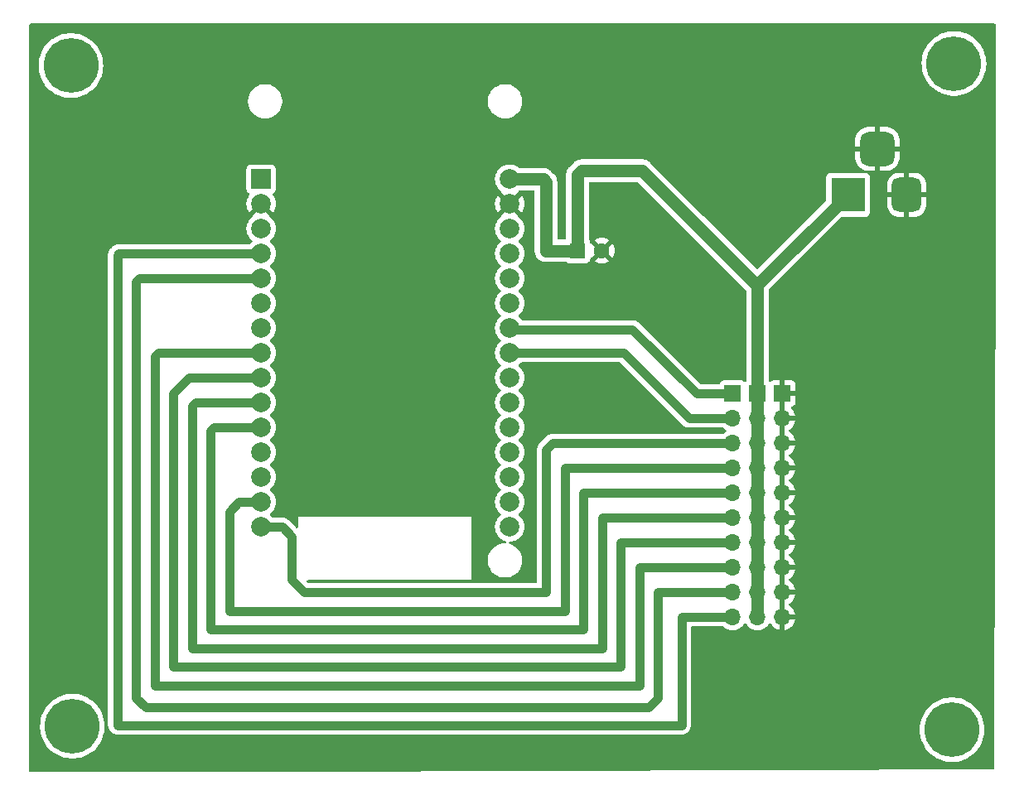
<source format=gbr>
%TF.GenerationSoftware,KiCad,Pcbnew,7.0.8*%
%TF.CreationDate,2023-11-09T16:50:50-05:00*%
%TF.ProjectId,proyecto final,70726f79-6563-4746-9f20-66696e616c2e,1.0*%
%TF.SameCoordinates,Original*%
%TF.FileFunction,Copper,L2,Bot*%
%TF.FilePolarity,Positive*%
%FSLAX46Y46*%
G04 Gerber Fmt 4.6, Leading zero omitted, Abs format (unit mm)*
G04 Created by KiCad (PCBNEW 7.0.8) date 2023-11-09 16:50:50*
%MOMM*%
%LPD*%
G01*
G04 APERTURE LIST*
G04 Aperture macros list*
%AMRoundRect*
0 Rectangle with rounded corners*
0 $1 Rounding radius*
0 $2 $3 $4 $5 $6 $7 $8 $9 X,Y pos of 4 corners*
0 Add a 4 corners polygon primitive as box body*
4,1,4,$2,$3,$4,$5,$6,$7,$8,$9,$2,$3,0*
0 Add four circle primitives for the rounded corners*
1,1,$1+$1,$2,$3*
1,1,$1+$1,$4,$5*
1,1,$1+$1,$6,$7*
1,1,$1+$1,$8,$9*
0 Add four rect primitives between the rounded corners*
20,1,$1+$1,$2,$3,$4,$5,0*
20,1,$1+$1,$4,$5,$6,$7,0*
20,1,$1+$1,$6,$7,$8,$9,0*
20,1,$1+$1,$8,$9,$2,$3,0*%
G04 Aperture macros list end*
%TA.AperFunction,ComponentPad*%
%ADD10R,1.600000X1.600000*%
%TD*%
%TA.AperFunction,ComponentPad*%
%ADD11C,1.600000*%
%TD*%
%TA.AperFunction,ComponentPad*%
%ADD12C,5.600000*%
%TD*%
%TA.AperFunction,ComponentPad*%
%ADD13O,1.700000X1.700000*%
%TD*%
%TA.AperFunction,ComponentPad*%
%ADD14R,1.700000X1.700000*%
%TD*%
%TA.AperFunction,ComponentPad*%
%ADD15R,2.000000X2.000000*%
%TD*%
%TA.AperFunction,ComponentPad*%
%ADD16C,2.000000*%
%TD*%
%TA.AperFunction,ComponentPad*%
%ADD17R,3.500000X3.500000*%
%TD*%
%TA.AperFunction,ComponentPad*%
%ADD18RoundRect,0.750000X0.750000X1.000000X-0.750000X1.000000X-0.750000X-1.000000X0.750000X-1.000000X0*%
%TD*%
%TA.AperFunction,ComponentPad*%
%ADD19RoundRect,0.875000X0.875000X0.875000X-0.875000X0.875000X-0.875000X-0.875000X0.875000X-0.875000X0*%
%TD*%
%TA.AperFunction,Conductor*%
%ADD20C,1.300000*%
%TD*%
%TA.AperFunction,Conductor*%
%ADD21C,0.900000*%
%TD*%
G04 APERTURE END LIST*
D10*
%TO.P,C1,1*%
%TO.N,+5V*%
X165065000Y-51125000D03*
D11*
%TO.P,C1,2*%
%TO.N,GND*%
X167565000Y-51125000D03*
%TD*%
D12*
%TO.P,REF\u002A\u002A,1*%
%TO.N,N/C*%
X113300000Y-32200000D03*
%TD*%
D13*
%TO.P,Servos,10,Pin_10*%
%TO.N,D2*%
X180940000Y-88590000D03*
%TO.P,Servos,9,Pin_9*%
%TO.N,D4*%
X180940000Y-86050000D03*
%TO.P,Servos,8,Pin_8*%
%TO.N,D5*%
X180940000Y-83510000D03*
%TO.P,Servos,7,Pin_7*%
%TO.N,D18*%
X180940000Y-80970000D03*
%TO.P,Servos,6,Pin_6*%
%TO.N,D19*%
X180940000Y-78430000D03*
%TO.P,Servos,5,Pin_5*%
%TO.N,D21*%
X180940000Y-75890000D03*
%TO.P,Servos,4,Pin_4*%
%TO.N,D22*%
X180940000Y-73350000D03*
%TO.P,Servos,3,Pin_3*%
%TO.N,D23*%
X180940000Y-70810000D03*
%TO.P,Servos,2,Pin_2*%
%TO.N,D25*%
X180940000Y-68270000D03*
D14*
%TO.P,Servos,1,Pin_1*%
%TO.N,D26*%
X180940000Y-65730000D03*
%TD*%
D13*
%TO.P,Energ\u00EDa,10,Pin_10*%
%TO.N,+5V*%
X183480000Y-88590000D03*
%TO.P,Energ\u00EDa,9,Pin_9*%
X183480000Y-86050000D03*
%TO.P,Energ\u00EDa,8,Pin_8*%
X183480000Y-83510000D03*
%TO.P,Energ\u00EDa,7,Pin_7*%
X183480000Y-80970000D03*
%TO.P,Energ\u00EDa,6,Pin_6*%
X183480000Y-78430000D03*
%TO.P,Energ\u00EDa,5,Pin_5*%
X183480000Y-75890000D03*
%TO.P,Energ\u00EDa,4,Pin_4*%
X183480000Y-73350000D03*
%TO.P,Energ\u00EDa,3,Pin_3*%
X183480000Y-70810000D03*
%TO.P,Energ\u00EDa,2,Pin_2*%
X183480000Y-68270000D03*
D14*
%TO.P,Energ\u00EDa,1,Pin_1*%
X183480000Y-65730000D03*
%TD*%
D12*
%TO.P,,1*%
%TO.N,N/C*%
X113450000Y-99750000D03*
%TD*%
D15*
%TO.P,ESP32 WROOM 32,1,3V3*%
%TO.N,unconnected-(U1-3V3-Pad1)*%
X132740000Y-43815000D03*
D16*
%TO.P,ESP32 WROOM 32,2,GND*%
%TO.N,GND*%
X132740000Y-46355000D03*
%TO.P,ESP32 WROOM 32,3,D15*%
%TO.N,unconnected-(U1-D15-Pad3)*%
X132740000Y-48895000D03*
%TO.P,ESP32 WROOM 32,4,D2*%
%TO.N,D2*%
X132740000Y-51435000D03*
%TO.P,ESP32 WROOM 32,5,D4*%
%TO.N,D4*%
X132740000Y-53975000D03*
%TO.P,ESP32 WROOM 32,6,RX2*%
%TO.N,unconnected-(U1-RX2-Pad6)*%
X132740000Y-56515000D03*
%TO.P,ESP32 WROOM 32,7,TX2*%
%TO.N,unconnected-(U1-TX2-Pad7)*%
X132740000Y-59055000D03*
%TO.P,ESP32 WROOM 32,8,D5*%
%TO.N,D5*%
X132740000Y-61595000D03*
%TO.P,ESP32 WROOM 32,9,D18*%
%TO.N,D18*%
X132740000Y-64135000D03*
%TO.P,ESP32 WROOM 32,10,D19*%
%TO.N,D19*%
X132740000Y-66675000D03*
%TO.P,ESP32 WROOM 32,11,D21*%
%TO.N,D21*%
X132740000Y-69215000D03*
%TO.P,ESP32 WROOM 32,12,RX0*%
%TO.N,unconnected-(U1-RX0-Pad12)*%
X132740000Y-71755000D03*
%TO.P,ESP32 WROOM 32,13,TX0*%
%TO.N,unconnected-(U1-TX0-Pad13)*%
X132740000Y-74295000D03*
%TO.P,ESP32 WROOM 32,14,D22*%
%TO.N,D22*%
X132740000Y-76835000D03*
%TO.P,ESP32 WROOM 32,15,D23*%
%TO.N,D23*%
X132740000Y-79375000D03*
%TO.P,ESP32 WROOM 32,16,EN*%
%TO.N,unconnected-(U1-EN-Pad16)*%
X158140000Y-79375000D03*
%TO.P,ESP32 WROOM 32,17,VP*%
%TO.N,unconnected-(U1-VP-Pad17)*%
X158140000Y-76835000D03*
%TO.P,ESP32 WROOM 32,18,VN*%
%TO.N,unconnected-(U1-VN-Pad18)*%
X158140000Y-74295000D03*
%TO.P,ESP32 WROOM 32,19,D34*%
%TO.N,unconnected-(U1-D34-Pad19)*%
X158140000Y-71755000D03*
%TO.P,ESP32 WROOM 32,20,D35*%
%TO.N,unconnected-(U1-D35-Pad20)*%
X158140000Y-69215000D03*
%TO.P,ESP32 WROOM 32,21,D32*%
%TO.N,unconnected-(U1-D32-Pad21)*%
X158140000Y-66675000D03*
%TO.P,ESP32 WROOM 32,22,D33*%
%TO.N,unconnected-(U1-D33-Pad22)*%
X158140000Y-64135000D03*
%TO.P,ESP32 WROOM 32,23,D25*%
%TO.N,D25*%
X158140000Y-61595000D03*
%TO.P,ESP32 WROOM 32,24,D26*%
%TO.N,D26*%
X158140000Y-59055000D03*
%TO.P,ESP32 WROOM 32,25,D27*%
%TO.N,unconnected-(U1-D27-Pad25)*%
X158140000Y-56515000D03*
%TO.P,ESP32 WROOM 32,26,D14*%
%TO.N,unconnected-(U1-D14-Pad26)*%
X158140000Y-53975000D03*
%TO.P,ESP32 WROOM 32,27,D12*%
%TO.N,unconnected-(U1-D12-Pad27)*%
X158140000Y-51435000D03*
%TO.P,ESP32 WROOM 32,28,D13*%
%TO.N,unconnected-(U1-D13-Pad28)*%
X158140000Y-48895000D03*
%TO.P,ESP32 WROOM 32,29,GND*%
%TO.N,GND*%
X158140000Y-46355000D03*
%TO.P,ESP32 WROOM 32,30,VIN*%
%TO.N,+5V*%
X158140000Y-43815000D03*
%TD*%
D17*
%TO.P,jack1,1*%
%TO.N,+5V*%
X192720000Y-45410000D03*
D18*
%TO.P,jack1,2*%
%TO.N,GND*%
X198720000Y-45410000D03*
D19*
%TO.P,jack1,3*%
X195720000Y-40710000D03*
%TD*%
D13*
%TO.P,Tierra,10,Pin_10*%
%TO.N,GND*%
X186020000Y-88590000D03*
%TO.P,Tierra,9,Pin_9*%
X186020000Y-86050000D03*
%TO.P,Tierra,8,Pin_8*%
X186020000Y-83510000D03*
%TO.P,Tierra,7,Pin_7*%
X186020000Y-80970000D03*
%TO.P,Tierra,6,Pin_6*%
X186020000Y-78430000D03*
%TO.P,Tierra,5,Pin_5*%
X186020000Y-75890000D03*
%TO.P,Tierra,4,Pin_4*%
X186020000Y-73350000D03*
%TO.P,Tierra,3,Pin_3*%
X186020000Y-70810000D03*
%TO.P,Tierra,2,Pin_2*%
X186020000Y-68270000D03*
D14*
%TO.P,Tierra,1,Pin_1*%
X186020000Y-65730000D03*
%TD*%
D12*
%TO.P,,1*%
%TO.N,N/C*%
X203350000Y-100100000D03*
%TD*%
%TO.P,,1*%
%TO.N,N/C*%
X203550000Y-32000000D03*
%TD*%
D20*
%TO.N,+5V*%
X161565000Y-43815000D02*
X158140000Y-43815000D01*
X161850000Y-44100000D02*
X161565000Y-43815000D01*
X161850000Y-51150000D02*
X161850000Y-44100000D01*
X161875000Y-51125000D02*
X161850000Y-51150000D01*
X165065000Y-51125000D02*
X161875000Y-51125000D01*
X165480000Y-42950000D02*
X165065000Y-43365000D01*
X165065000Y-43365000D02*
X165065000Y-51125000D01*
X171700000Y-42950000D02*
X165480000Y-42950000D01*
X183400000Y-54650000D02*
X171700000Y-42950000D01*
X183480000Y-54650000D02*
X183400000Y-54650000D01*
X183480000Y-54650000D02*
X183480000Y-88590000D01*
D21*
%TO.N,D26*%
X158285000Y-59200000D02*
X158140000Y-59055000D01*
X170700000Y-59200000D02*
X158285000Y-59200000D01*
X177230000Y-65730000D02*
X170700000Y-59200000D01*
X180940000Y-65730000D02*
X177230000Y-65730000D01*
%TO.N,D4*%
X119980000Y-54300000D02*
X120305000Y-53975000D01*
X120305000Y-53975000D02*
X132740000Y-53975000D01*
X119980000Y-96845000D02*
X119980000Y-54300000D01*
X120935062Y-97800062D02*
X119980000Y-96845000D01*
X173320000Y-96845000D02*
X172364938Y-97800062D01*
X172364938Y-97800062D02*
X120935062Y-97800062D01*
X173320000Y-86050000D02*
X173320000Y-96845000D01*
X180940000Y-86050000D02*
X173320000Y-86050000D01*
%TO.N,D2*%
X118050000Y-99600000D02*
X118050000Y-51550000D01*
X118100000Y-99650000D02*
X118050000Y-99600000D01*
X175700000Y-99650000D02*
X118100000Y-99650000D01*
X175700000Y-88550000D02*
X175700000Y-99650000D01*
X175740000Y-88590000D02*
X175700000Y-88550000D01*
X118050000Y-51550000D02*
X118165000Y-51435000D01*
X118165000Y-51435000D02*
X132740000Y-51435000D01*
X180940000Y-88590000D02*
X175740000Y-88590000D01*
D20*
%TO.N,+5V*%
X192720000Y-45410000D02*
X183480000Y-54650000D01*
D21*
%TO.N,D5*%
X121885000Y-95575000D02*
X121885000Y-61920000D01*
X171415000Y-95575000D02*
X121885000Y-95575000D01*
X122210000Y-61595000D02*
X132740000Y-61595000D01*
X171415000Y-83510000D02*
X171415000Y-95575000D01*
X180940000Y-83510000D02*
X171415000Y-83510000D01*
X121885000Y-61920000D02*
X122210000Y-61595000D01*
%TO.N,D18*%
X123790000Y-65730000D02*
X125385000Y-64135000D01*
X125385000Y-64135000D02*
X132740000Y-64135000D01*
X169510000Y-93670000D02*
X123790000Y-93670000D01*
X169510000Y-80970000D02*
X169510000Y-93670000D01*
X123790000Y-93670000D02*
X123790000Y-65730000D01*
X180940000Y-80970000D02*
X169510000Y-80970000D01*
%TO.N,D19*%
X125695000Y-67000000D02*
X126020000Y-66675000D01*
X125695000Y-91765000D02*
X125695000Y-67000000D01*
X126020000Y-66675000D02*
X132740000Y-66675000D01*
X167605000Y-78430000D02*
X167605000Y-91765000D01*
X180940000Y-78430000D02*
X167605000Y-78430000D01*
X167605000Y-91765000D02*
X125695000Y-91765000D01*
%TO.N,D21*%
X127600000Y-69540000D02*
X127925000Y-69215000D01*
X127600000Y-89860000D02*
X127600000Y-69540000D01*
X165700000Y-89860000D02*
X127600000Y-89860000D01*
X165700000Y-75890000D02*
X165700000Y-89860000D01*
X127925000Y-69215000D02*
X132740000Y-69215000D01*
X180940000Y-75890000D02*
X165700000Y-75890000D01*
%TO.N,D23*%
X135855000Y-80335000D02*
X134895000Y-79375000D01*
X161890000Y-86050000D02*
X137138604Y-86050000D01*
X135855000Y-84766396D02*
X135855000Y-80335000D01*
X134895000Y-79375000D02*
X132740000Y-79375000D01*
X162525000Y-70810000D02*
X161890000Y-71445000D01*
X161890000Y-71445000D02*
X161890000Y-86050000D01*
X137138604Y-86050000D02*
X135855000Y-84766396D01*
X180940000Y-70810000D02*
X162525000Y-70810000D01*
%TO.N,D22*%
X130465000Y-76835000D02*
X132740000Y-76835000D01*
X129505000Y-77795000D02*
X130465000Y-76835000D01*
X129505000Y-87955000D02*
X129505000Y-77795000D01*
X163795000Y-87955000D02*
X129505000Y-87955000D01*
X180940000Y-73350000D02*
X163795000Y-73350000D01*
X163795000Y-73350000D02*
X163795000Y-87955000D01*
%TO.N,D25*%
X176495000Y-68270000D02*
X169820000Y-61595000D01*
X169820000Y-61595000D02*
X158140000Y-61595000D01*
X180940000Y-68270000D02*
X176495000Y-68270000D01*
%TD*%
%TA.AperFunction,Conductor*%
%TO.N,GND*%
G36*
X186270000Y-88154498D02*
G01*
X186162315Y-88105320D01*
X186055763Y-88090000D01*
X185984237Y-88090000D01*
X185877685Y-88105320D01*
X185770000Y-88154498D01*
X185770000Y-86485501D01*
X185877685Y-86534680D01*
X185984237Y-86550000D01*
X186055763Y-86550000D01*
X186162315Y-86534680D01*
X186270000Y-86485501D01*
X186270000Y-88154498D01*
G37*
%TD.AperFunction*%
%TA.AperFunction,Conductor*%
G36*
X186270000Y-85614498D02*
G01*
X186162315Y-85565320D01*
X186055763Y-85550000D01*
X185984237Y-85550000D01*
X185877685Y-85565320D01*
X185770000Y-85614498D01*
X185770000Y-83945501D01*
X185877685Y-83994680D01*
X185984237Y-84010000D01*
X186055763Y-84010000D01*
X186162315Y-83994680D01*
X186270000Y-83945501D01*
X186270000Y-85614498D01*
G37*
%TD.AperFunction*%
%TA.AperFunction,Conductor*%
G36*
X186270000Y-83074498D02*
G01*
X186162315Y-83025320D01*
X186055763Y-83010000D01*
X185984237Y-83010000D01*
X185877685Y-83025320D01*
X185770000Y-83074498D01*
X185770000Y-81405501D01*
X185877685Y-81454680D01*
X185984237Y-81470000D01*
X186055763Y-81470000D01*
X186162315Y-81454680D01*
X186270000Y-81405501D01*
X186270000Y-83074498D01*
G37*
%TD.AperFunction*%
%TA.AperFunction,Conductor*%
G36*
X186270000Y-80534498D02*
G01*
X186162315Y-80485320D01*
X186055763Y-80470000D01*
X185984237Y-80470000D01*
X185877685Y-80485320D01*
X185770000Y-80534498D01*
X185770000Y-78865501D01*
X185877685Y-78914680D01*
X185984237Y-78930000D01*
X186055763Y-78930000D01*
X186162315Y-78914680D01*
X186270000Y-78865501D01*
X186270000Y-80534498D01*
G37*
%TD.AperFunction*%
%TA.AperFunction,Conductor*%
G36*
X186270000Y-77994498D02*
G01*
X186162315Y-77945320D01*
X186055763Y-77930000D01*
X185984237Y-77930000D01*
X185877685Y-77945320D01*
X185770000Y-77994498D01*
X185770000Y-76325501D01*
X185877685Y-76374680D01*
X185984237Y-76390000D01*
X186055763Y-76390000D01*
X186162315Y-76374680D01*
X186270000Y-76325501D01*
X186270000Y-77994498D01*
G37*
%TD.AperFunction*%
%TA.AperFunction,Conductor*%
G36*
X186270000Y-75454498D02*
G01*
X186162315Y-75405320D01*
X186055763Y-75390000D01*
X185984237Y-75390000D01*
X185877685Y-75405320D01*
X185770000Y-75454498D01*
X185770000Y-73785501D01*
X185877685Y-73834680D01*
X185984237Y-73850000D01*
X186055763Y-73850000D01*
X186162315Y-73834680D01*
X186270000Y-73785501D01*
X186270000Y-75454498D01*
G37*
%TD.AperFunction*%
%TA.AperFunction,Conductor*%
G36*
X186270000Y-72914498D02*
G01*
X186162315Y-72865320D01*
X186055763Y-72850000D01*
X185984237Y-72850000D01*
X185877685Y-72865320D01*
X185770000Y-72914498D01*
X185770000Y-71245501D01*
X185877685Y-71294680D01*
X185984237Y-71310000D01*
X186055763Y-71310000D01*
X186162315Y-71294680D01*
X186270000Y-71245501D01*
X186270000Y-72914498D01*
G37*
%TD.AperFunction*%
%TA.AperFunction,Conductor*%
G36*
X186270000Y-70374498D02*
G01*
X186162315Y-70325320D01*
X186055763Y-70310000D01*
X185984237Y-70310000D01*
X185877685Y-70325320D01*
X185770000Y-70374498D01*
X185770000Y-68705501D01*
X185877685Y-68754680D01*
X185984237Y-68770000D01*
X186055763Y-68770000D01*
X186162315Y-68754680D01*
X186270000Y-68705501D01*
X186270000Y-70374498D01*
G37*
%TD.AperFunction*%
%TA.AperFunction,Conductor*%
G36*
X186270000Y-67834498D02*
G01*
X186162315Y-67785320D01*
X186055763Y-67770000D01*
X185984237Y-67770000D01*
X185877685Y-67785320D01*
X185770000Y-67834498D01*
X185770000Y-66165501D01*
X185877685Y-66214680D01*
X185984237Y-66230000D01*
X186055763Y-66230000D01*
X186162315Y-66214680D01*
X186270000Y-66165501D01*
X186270000Y-67834498D01*
G37*
%TD.AperFunction*%
%TA.AperFunction,Conductor*%
G36*
X171239124Y-44120185D02*
G01*
X171259766Y-44136819D01*
X182293181Y-55170233D01*
X182326666Y-55231556D01*
X182329500Y-55257914D01*
X182329500Y-64410942D01*
X182309815Y-64477981D01*
X182257011Y-64523736D01*
X182187853Y-64533680D01*
X182131189Y-64510209D01*
X182115374Y-64498370D01*
X182032331Y-64436204D01*
X182032329Y-64436203D01*
X182032328Y-64436202D01*
X181897482Y-64385908D01*
X181897483Y-64385908D01*
X181837883Y-64379501D01*
X181837881Y-64379500D01*
X181837873Y-64379500D01*
X181837864Y-64379500D01*
X180042129Y-64379500D01*
X180042123Y-64379501D01*
X179982516Y-64385908D01*
X179847671Y-64436202D01*
X179847664Y-64436206D01*
X179732455Y-64522452D01*
X179732452Y-64522455D01*
X179646206Y-64637664D01*
X179646202Y-64637671D01*
X179623391Y-64698833D01*
X179581520Y-64754767D01*
X179516056Y-64779184D01*
X179507209Y-64779500D01*
X177675072Y-64779500D01*
X177608033Y-64759815D01*
X177587391Y-64743181D01*
X171380627Y-58536417D01*
X171322324Y-58475082D01*
X171322320Y-58475079D01*
X171274567Y-58441841D01*
X171270833Y-58439025D01*
X171225751Y-58402266D01*
X171225747Y-58402264D01*
X171225746Y-58402263D01*
X171225745Y-58402262D01*
X171196997Y-58387246D01*
X171190277Y-58383174D01*
X171163659Y-58364647D01*
X171110209Y-58341710D01*
X171105952Y-58339688D01*
X171054409Y-58312764D01*
X171054407Y-58312763D01*
X171054406Y-58312763D01*
X171037689Y-58307979D01*
X171023221Y-58303839D01*
X171015822Y-58301205D01*
X170986011Y-58288412D01*
X170986012Y-58288412D01*
X170929038Y-58276703D01*
X170924463Y-58275580D01*
X170868556Y-58259583D01*
X170868545Y-58259582D01*
X170836208Y-58257120D01*
X170828428Y-58256029D01*
X170796657Y-58249500D01*
X170796656Y-58249500D01*
X170738497Y-58249500D01*
X170733790Y-58249321D01*
X170728850Y-58248944D01*
X170675798Y-58244904D01*
X170658176Y-58247149D01*
X170643614Y-58249003D01*
X170635785Y-58249500D01*
X159473202Y-58249500D01*
X159406163Y-58229815D01*
X159369394Y-58193322D01*
X159328165Y-58130217D01*
X159328164Y-58130215D01*
X159159744Y-57947262D01*
X159076991Y-57882852D01*
X159036179Y-57826143D01*
X159032504Y-57756370D01*
X159067136Y-57695687D01*
X159076985Y-57687151D01*
X159159744Y-57622738D01*
X159328164Y-57439785D01*
X159464173Y-57231607D01*
X159564063Y-57003881D01*
X159625108Y-56762821D01*
X159645643Y-56515000D01*
X159625108Y-56267179D01*
X159564063Y-56026119D01*
X159464173Y-55798393D01*
X159328166Y-55590217D01*
X159306557Y-55566744D01*
X159159744Y-55407262D01*
X159076991Y-55342852D01*
X159036179Y-55286143D01*
X159032504Y-55216370D01*
X159067136Y-55155687D01*
X159076985Y-55147151D01*
X159159744Y-55082738D01*
X159328164Y-54899785D01*
X159464173Y-54691607D01*
X159564063Y-54463881D01*
X159625108Y-54222821D01*
X159629674Y-54167718D01*
X159645643Y-53975005D01*
X159645643Y-53974994D01*
X159625109Y-53727187D01*
X159625107Y-53727175D01*
X159564063Y-53486118D01*
X159464173Y-53258393D01*
X159328166Y-53050217D01*
X159267653Y-52984483D01*
X159159744Y-52867262D01*
X159076991Y-52802852D01*
X159036179Y-52746143D01*
X159032504Y-52676370D01*
X159067136Y-52615687D01*
X159076985Y-52607151D01*
X159159744Y-52542738D01*
X159328164Y-52359785D01*
X159464173Y-52151607D01*
X159564063Y-51923881D01*
X159625108Y-51682821D01*
X159631443Y-51606372D01*
X159645643Y-51435005D01*
X159645643Y-51434994D01*
X159625109Y-51187187D01*
X159625107Y-51187175D01*
X159564063Y-50946118D01*
X159464173Y-50718393D01*
X159328166Y-50510217D01*
X159267653Y-50444483D01*
X159159744Y-50327262D01*
X159076991Y-50262852D01*
X159036179Y-50206143D01*
X159032504Y-50136370D01*
X159067136Y-50075687D01*
X159076985Y-50067151D01*
X159159744Y-50002738D01*
X159328164Y-49819785D01*
X159464173Y-49611607D01*
X159564063Y-49383881D01*
X159625108Y-49142821D01*
X159645643Y-48895000D01*
X159625108Y-48647179D01*
X159564063Y-48406119D01*
X159464173Y-48178393D01*
X159328166Y-47970217D01*
X159306557Y-47946744D01*
X159159744Y-47787262D01*
X159056253Y-47706712D01*
X159015442Y-47650003D01*
X159008655Y-47601176D01*
X159010056Y-47578609D01*
X158281365Y-46849918D01*
X158285161Y-46849373D01*
X158418562Y-46788451D01*
X158529395Y-46692413D01*
X158608682Y-46569040D01*
X158631132Y-46492580D01*
X159363434Y-47224882D01*
X159463731Y-47071369D01*
X159563587Y-46843717D01*
X159624612Y-46602738D01*
X159624614Y-46602729D01*
X159645141Y-46355005D01*
X159645141Y-46354994D01*
X159624614Y-46107270D01*
X159624612Y-46107261D01*
X159563587Y-45866282D01*
X159463731Y-45638630D01*
X159363434Y-45485116D01*
X158631132Y-46217418D01*
X158608682Y-46140960D01*
X158529395Y-46017587D01*
X158418562Y-45921549D01*
X158285161Y-45860627D01*
X158281366Y-45860081D01*
X159010056Y-45131390D01*
X159008655Y-45108825D01*
X159024147Y-45040694D01*
X159056254Y-45003286D01*
X159071213Y-44991643D01*
X159136209Y-44966004D01*
X159147372Y-44965500D01*
X160575500Y-44965500D01*
X160642539Y-44985185D01*
X160688294Y-45037989D01*
X160699500Y-45089500D01*
X160699500Y-51065832D01*
X160698905Y-51074408D01*
X160695804Y-51096634D01*
X160699434Y-51175158D01*
X160699500Y-51178021D01*
X160699500Y-51203194D01*
X160700343Y-51212292D01*
X160701821Y-51228257D01*
X160702020Y-51231111D01*
X160705651Y-51309629D01*
X160705651Y-51309632D01*
X160710789Y-51331476D01*
X160712172Y-51339958D01*
X160714243Y-51362310D01*
X160714244Y-51362313D01*
X160735752Y-51437905D01*
X160736472Y-51440677D01*
X160754464Y-51517178D01*
X160754466Y-51517184D01*
X160763535Y-51537723D01*
X160766454Y-51545807D01*
X160772593Y-51567384D01*
X160772594Y-51567386D01*
X160772595Y-51567389D01*
X160795911Y-51614214D01*
X160807631Y-51637752D01*
X160808838Y-51640322D01*
X160840592Y-51712237D01*
X160853268Y-51730741D01*
X160857623Y-51738152D01*
X160867633Y-51758254D01*
X160915004Y-51820983D01*
X160916677Y-51823308D01*
X160961089Y-51888142D01*
X160961093Y-51888146D01*
X160976959Y-51904012D01*
X160982602Y-51910496D01*
X160996126Y-51928405D01*
X161054216Y-51981362D01*
X161056265Y-51983318D01*
X161111858Y-52038911D01*
X161111861Y-52038913D01*
X161130372Y-52051593D01*
X161137108Y-52056928D01*
X161151416Y-52069971D01*
X161153699Y-52072053D01*
X161171630Y-52083155D01*
X161220549Y-52113444D01*
X161222919Y-52114989D01*
X161287763Y-52159408D01*
X161308305Y-52168478D01*
X161315888Y-52172476D01*
X161334981Y-52184298D01*
X161334985Y-52184299D01*
X161334988Y-52184301D01*
X161376912Y-52200541D01*
X161408274Y-52212691D01*
X161410870Y-52213765D01*
X161482814Y-52245533D01*
X161504680Y-52250675D01*
X161512873Y-52253212D01*
X161533802Y-52261321D01*
X161582423Y-52270409D01*
X161611058Y-52275763D01*
X161613861Y-52276354D01*
X161690371Y-52294349D01*
X161712791Y-52295385D01*
X161721324Y-52296374D01*
X161743390Y-52300500D01*
X161821978Y-52300500D01*
X161824841Y-52300566D01*
X161834828Y-52301027D01*
X161903362Y-52304196D01*
X161925594Y-52301094D01*
X161934167Y-52300500D01*
X161956609Y-52300500D01*
X161956610Y-52300500D01*
X162033889Y-52286053D01*
X162036674Y-52285599D01*
X162102958Y-52276354D01*
X162104815Y-52276095D01*
X162113389Y-52275500D01*
X163856769Y-52275500D01*
X163923808Y-52295185D01*
X163931080Y-52300233D01*
X164022668Y-52368795D01*
X164022671Y-52368797D01*
X164157517Y-52419091D01*
X164157516Y-52419091D01*
X164164444Y-52419835D01*
X164217127Y-52425500D01*
X165912872Y-52425499D01*
X165972483Y-52419091D01*
X166107331Y-52368796D01*
X166222546Y-52282546D01*
X166308796Y-52167331D01*
X166359091Y-52032483D01*
X166365500Y-51972873D01*
X166365499Y-51972845D01*
X166365678Y-51969547D01*
X166367183Y-51969627D01*
X166385112Y-51908326D01*
X166437868Y-51862514D01*
X166481464Y-51854981D01*
X167167046Y-51169399D01*
X167179835Y-51250148D01*
X167237359Y-51363045D01*
X167326955Y-51452641D01*
X167439852Y-51510165D01*
X167520599Y-51522953D01*
X166839526Y-52204025D01*
X166839526Y-52204026D01*
X166912512Y-52255131D01*
X166912516Y-52255133D01*
X167118673Y-52351265D01*
X167118682Y-52351269D01*
X167338389Y-52410139D01*
X167338400Y-52410141D01*
X167564998Y-52429966D01*
X167565002Y-52429966D01*
X167791599Y-52410141D01*
X167791610Y-52410139D01*
X168011317Y-52351269D01*
X168011331Y-52351264D01*
X168217478Y-52255136D01*
X168290472Y-52204025D01*
X167609401Y-51522953D01*
X167690148Y-51510165D01*
X167803045Y-51452641D01*
X167892641Y-51363045D01*
X167950165Y-51250148D01*
X167962953Y-51169400D01*
X168644025Y-51850472D01*
X168695136Y-51777478D01*
X168791264Y-51571331D01*
X168791269Y-51571317D01*
X168850139Y-51351610D01*
X168850141Y-51351599D01*
X168869966Y-51125002D01*
X168869966Y-51124997D01*
X168850141Y-50898400D01*
X168850139Y-50898389D01*
X168791269Y-50678682D01*
X168791265Y-50678673D01*
X168695133Y-50472516D01*
X168695131Y-50472512D01*
X168644026Y-50399526D01*
X168644025Y-50399526D01*
X167962953Y-51080598D01*
X167950165Y-50999852D01*
X167892641Y-50886955D01*
X167803045Y-50797359D01*
X167690148Y-50739835D01*
X167609400Y-50727046D01*
X168290472Y-50045974D01*
X168290471Y-50045973D01*
X168217483Y-49994866D01*
X168217481Y-49994865D01*
X168011326Y-49898734D01*
X168011317Y-49898730D01*
X167791610Y-49839860D01*
X167791599Y-49839858D01*
X167565002Y-49820034D01*
X167564998Y-49820034D01*
X167338400Y-49839858D01*
X167338389Y-49839860D01*
X167118682Y-49898730D01*
X167118673Y-49898734D01*
X166912513Y-49994868D01*
X166839527Y-50045972D01*
X166839526Y-50045973D01*
X167520600Y-50727046D01*
X167439852Y-50739835D01*
X167326955Y-50797359D01*
X167237359Y-50886955D01*
X167179835Y-50999852D01*
X167167046Y-51080599D01*
X166480798Y-50394351D01*
X166431805Y-50384505D01*
X166381623Y-50335889D01*
X166366981Y-50280366D01*
X166365900Y-50280423D01*
X166365854Y-50280429D01*
X166365853Y-50280426D01*
X166365676Y-50280436D01*
X166365499Y-50277141D01*
X166365499Y-50277128D01*
X166359091Y-50217517D01*
X166343056Y-50174526D01*
X166308797Y-50082671D01*
X166308795Y-50082668D01*
X166240233Y-49991080D01*
X166215816Y-49925615D01*
X166215500Y-49916769D01*
X166215500Y-44224500D01*
X166235185Y-44157461D01*
X166287989Y-44111706D01*
X166339500Y-44100500D01*
X171172085Y-44100500D01*
X171239124Y-44120185D01*
G37*
%TD.AperFunction*%
%TA.AperFunction,Conductor*%
G36*
X207742539Y-27920185D02*
G01*
X207788294Y-27972989D01*
X207799500Y-28024500D01*
X207799500Y-47115750D01*
X207650323Y-104026763D01*
X207630462Y-104093751D01*
X207577539Y-104139367D01*
X207526763Y-104150437D01*
X137326643Y-104399500D01*
X109124500Y-104399500D01*
X109057461Y-104379815D01*
X109011706Y-104327011D01*
X109000500Y-104275500D01*
X109000500Y-99750002D01*
X110144652Y-99750002D01*
X110148828Y-99827027D01*
X110163628Y-100100002D01*
X110164028Y-100107368D01*
X110164029Y-100107385D01*
X110221926Y-100460539D01*
X110221932Y-100460565D01*
X110317672Y-100805392D01*
X110317674Y-100805399D01*
X110450142Y-101137870D01*
X110450151Y-101137888D01*
X110617784Y-101454077D01*
X110617790Y-101454086D01*
X110818634Y-101750309D01*
X110818641Y-101750319D01*
X111050331Y-102023085D01*
X111050332Y-102023086D01*
X111310163Y-102269211D01*
X111595081Y-102485800D01*
X111901747Y-102670315D01*
X111901749Y-102670316D01*
X111901751Y-102670317D01*
X111901755Y-102670319D01*
X112226552Y-102820585D01*
X112226565Y-102820591D01*
X112565726Y-102934868D01*
X112915254Y-103011805D01*
X113271052Y-103050500D01*
X113271058Y-103050500D01*
X113628942Y-103050500D01*
X113628948Y-103050500D01*
X113984746Y-103011805D01*
X114334274Y-102934868D01*
X114673435Y-102820591D01*
X114998253Y-102670315D01*
X115304919Y-102485800D01*
X115589837Y-102269211D01*
X115849668Y-102023086D01*
X116081365Y-101750311D01*
X116282211Y-101454085D01*
X116449853Y-101137880D01*
X116582324Y-100805403D01*
X116678071Y-100460552D01*
X116703041Y-100308240D01*
X116735970Y-100107385D01*
X116735970Y-100107382D01*
X116735972Y-100107371D01*
X116755348Y-99750000D01*
X116754948Y-99742631D01*
X116751318Y-99675668D01*
X116735972Y-99392629D01*
X116735452Y-99389460D01*
X116678073Y-99039460D01*
X116678072Y-99039459D01*
X116678071Y-99039448D01*
X116587187Y-98712111D01*
X116582327Y-98694607D01*
X116582325Y-98694600D01*
X116579812Y-98688294D01*
X116490304Y-98463644D01*
X116449857Y-98362129D01*
X116449848Y-98362111D01*
X116282215Y-98045922D01*
X116282213Y-98045919D01*
X116282211Y-98045915D01*
X116081365Y-97749689D01*
X116081361Y-97749684D01*
X116081358Y-97749680D01*
X115849668Y-97476914D01*
X115787107Y-97417653D01*
X115589837Y-97230789D01*
X115589830Y-97230783D01*
X115589827Y-97230781D01*
X115497794Y-97160820D01*
X115304919Y-97014200D01*
X114998253Y-96829685D01*
X114998252Y-96829684D01*
X114998248Y-96829682D01*
X114998244Y-96829680D01*
X114673447Y-96679414D01*
X114673441Y-96679411D01*
X114673435Y-96679409D01*
X114503854Y-96622270D01*
X114334273Y-96565131D01*
X113984744Y-96488194D01*
X113628949Y-96449500D01*
X113628948Y-96449500D01*
X113271052Y-96449500D01*
X113271050Y-96449500D01*
X112915255Y-96488194D01*
X112565726Y-96565131D01*
X112309970Y-96651306D01*
X112226565Y-96679409D01*
X112226563Y-96679410D01*
X112226552Y-96679414D01*
X111901755Y-96829680D01*
X111901751Y-96829682D01*
X111715650Y-96941656D01*
X111595081Y-97014200D01*
X111519398Y-97071733D01*
X111310172Y-97230781D01*
X111310163Y-97230789D01*
X111050331Y-97476914D01*
X110818641Y-97749680D01*
X110818634Y-97749690D01*
X110617790Y-98045913D01*
X110617784Y-98045922D01*
X110450151Y-98362111D01*
X110450142Y-98362129D01*
X110317674Y-98694600D01*
X110317672Y-98694607D01*
X110221932Y-99039434D01*
X110221926Y-99039460D01*
X110164029Y-99392614D01*
X110164028Y-99392631D01*
X110144652Y-99749997D01*
X110144652Y-99750002D01*
X109000500Y-99750002D01*
X109000500Y-51574201D01*
X117094904Y-51574201D01*
X117096804Y-51589120D01*
X117099003Y-51606385D01*
X117099500Y-51614214D01*
X117099500Y-99587937D01*
X117097355Y-99672545D01*
X117097355Y-99672546D01*
X117107615Y-99729787D01*
X117108269Y-99734452D01*
X117114154Y-99792318D01*
X117114156Y-99792326D01*
X117123865Y-99823269D01*
X117125737Y-99830898D01*
X117131460Y-99862828D01*
X117131461Y-99862830D01*
X117153032Y-99916833D01*
X117154613Y-99921272D01*
X117172025Y-99976768D01*
X117187765Y-100005125D01*
X117191135Y-100012221D01*
X117203168Y-100042343D01*
X117203170Y-100042348D01*
X117203172Y-100042351D01*
X117203173Y-100042353D01*
X117235174Y-100090908D01*
X117237605Y-100094920D01*
X117254760Y-100125826D01*
X117265841Y-100145791D01*
X117286972Y-100170406D01*
X117291703Y-100176680D01*
X117309547Y-100203757D01*
X117350666Y-100244876D01*
X117353870Y-100248332D01*
X117391757Y-100292466D01*
X117391759Y-100292468D01*
X117412838Y-100308784D01*
X117426812Y-100321409D01*
X117477674Y-100374917D01*
X117477677Y-100374919D01*
X117521626Y-100405509D01*
X117525414Y-100408145D01*
X117529161Y-100410970D01*
X117550531Y-100428395D01*
X117574244Y-100447731D01*
X117574247Y-100447733D01*
X117602995Y-100462749D01*
X117609716Y-100466821D01*
X117628046Y-100479578D01*
X117636342Y-100485353D01*
X117689800Y-100508293D01*
X117694047Y-100510311D01*
X117745594Y-100537237D01*
X117776781Y-100546160D01*
X117784169Y-100548790D01*
X117813988Y-100561587D01*
X117870970Y-100573296D01*
X117875516Y-100574411D01*
X117931449Y-100590417D01*
X117963803Y-100592879D01*
X117971562Y-100593968D01*
X118003344Y-100600500D01*
X118061504Y-100600500D01*
X118066210Y-100600678D01*
X118089623Y-100602461D01*
X118124201Y-100605095D01*
X118124201Y-100605094D01*
X118124203Y-100605095D01*
X118156385Y-100600996D01*
X118164215Y-100600500D01*
X175674332Y-100600500D01*
X175677472Y-100600580D01*
X175702918Y-100601869D01*
X175748390Y-100604176D01*
X175818583Y-100593422D01*
X175821680Y-100593027D01*
X175892321Y-100585845D01*
X175906473Y-100581404D01*
X175924808Y-100577149D01*
X175939474Y-100574903D01*
X176006075Y-100550235D01*
X176009022Y-100549229D01*
X176015355Y-100547242D01*
X176076768Y-100527974D01*
X176089734Y-100520776D01*
X176106843Y-100512914D01*
X176120753Y-100507764D01*
X176181053Y-100470178D01*
X176183677Y-100468634D01*
X176245791Y-100434159D01*
X176257048Y-100424494D01*
X176272214Y-100413357D01*
X176284807Y-100405509D01*
X176336298Y-100356561D01*
X176338569Y-100354509D01*
X176392468Y-100308240D01*
X176401542Y-100296516D01*
X176414166Y-100282543D01*
X176424919Y-100272323D01*
X176465507Y-100214006D01*
X176467327Y-100211529D01*
X176510796Y-100155373D01*
X176517323Y-100142064D01*
X176526883Y-100125826D01*
X176535353Y-100113658D01*
X176541213Y-100100002D01*
X200044652Y-100100002D01*
X200050278Y-100203759D01*
X200063505Y-100447734D01*
X200064028Y-100457368D01*
X200064029Y-100457385D01*
X200121926Y-100810539D01*
X200121932Y-100810565D01*
X200217672Y-101155392D01*
X200217674Y-101155399D01*
X200350142Y-101487870D01*
X200350151Y-101487888D01*
X200517784Y-101804077D01*
X200517787Y-101804082D01*
X200517789Y-101804085D01*
X200666275Y-102023086D01*
X200718634Y-102100309D01*
X200718641Y-102100319D01*
X200950331Y-102373085D01*
X200950332Y-102373086D01*
X201210163Y-102619211D01*
X201495081Y-102835800D01*
X201801747Y-103020315D01*
X201801749Y-103020316D01*
X201801751Y-103020317D01*
X201801755Y-103020319D01*
X201866991Y-103050500D01*
X202126565Y-103170591D01*
X202465726Y-103284868D01*
X202815254Y-103361805D01*
X203171052Y-103400500D01*
X203171058Y-103400500D01*
X203528942Y-103400500D01*
X203528948Y-103400500D01*
X203884746Y-103361805D01*
X204234274Y-103284868D01*
X204573435Y-103170591D01*
X204898253Y-103020315D01*
X205204919Y-102835800D01*
X205489837Y-102619211D01*
X205749668Y-102373086D01*
X205981365Y-102100311D01*
X206182211Y-101804085D01*
X206349853Y-101487880D01*
X206482324Y-101155403D01*
X206578071Y-100810552D01*
X206614160Y-100590417D01*
X206635970Y-100457385D01*
X206635970Y-100457382D01*
X206635972Y-100457371D01*
X206654607Y-100113659D01*
X206655348Y-100100002D01*
X206655348Y-100099997D01*
X206648940Y-99981814D01*
X206635972Y-99742629D01*
X206634631Y-99734452D01*
X206578073Y-99389460D01*
X206578072Y-99389459D01*
X206578071Y-99389448D01*
X206482324Y-99044597D01*
X206349853Y-98712120D01*
X206232128Y-98490068D01*
X206182215Y-98395922D01*
X206182213Y-98395919D01*
X206182211Y-98395915D01*
X205981365Y-98099689D01*
X205981361Y-98099684D01*
X205981358Y-98099680D01*
X205749668Y-97826914D01*
X205489837Y-97580789D01*
X205489830Y-97580783D01*
X205489827Y-97580781D01*
X205382937Y-97499526D01*
X205204919Y-97364200D01*
X204898253Y-97179685D01*
X204898252Y-97179684D01*
X204898248Y-97179682D01*
X204898244Y-97179680D01*
X204573447Y-97029414D01*
X204573441Y-97029411D01*
X204573435Y-97029409D01*
X204403854Y-96972270D01*
X204234273Y-96915131D01*
X203884744Y-96838194D01*
X203528949Y-96799500D01*
X203528948Y-96799500D01*
X203171052Y-96799500D01*
X203171050Y-96799500D01*
X202815255Y-96838194D01*
X202465726Y-96915131D01*
X202209970Y-97001306D01*
X202126565Y-97029409D01*
X202126563Y-97029410D01*
X202126552Y-97029414D01*
X201801755Y-97179680D01*
X201801751Y-97179682D01*
X201622810Y-97287348D01*
X201495081Y-97364200D01*
X201440340Y-97405813D01*
X201210172Y-97580781D01*
X201210163Y-97580789D01*
X200950331Y-97826914D01*
X200718641Y-98099680D01*
X200718634Y-98099690D01*
X200517790Y-98395913D01*
X200517784Y-98395922D01*
X200350151Y-98712111D01*
X200350142Y-98712129D01*
X200217674Y-99044600D01*
X200217672Y-99044607D01*
X200121932Y-99389434D01*
X200121926Y-99389460D01*
X200064029Y-99742614D01*
X200064028Y-99742627D01*
X200064028Y-99742629D01*
X200061206Y-99794671D01*
X200044652Y-100099997D01*
X200044652Y-100100002D01*
X176541213Y-100100002D01*
X176563368Y-100048371D01*
X176564658Y-100045565D01*
X176595930Y-99981816D01*
X176599646Y-99967462D01*
X176605735Y-99949645D01*
X176611587Y-99936012D01*
X176625887Y-99866421D01*
X176626579Y-99863438D01*
X176644385Y-99794674D01*
X176645136Y-99779862D01*
X176647516Y-99761175D01*
X176650500Y-99746655D01*
X176650500Y-99675668D01*
X176650580Y-99672528D01*
X176651827Y-99647923D01*
X176654176Y-99601610D01*
X176651930Y-99586948D01*
X176650500Y-99568172D01*
X176650500Y-89664500D01*
X176670185Y-89597461D01*
X176722989Y-89551706D01*
X176774500Y-89540500D01*
X179929242Y-89540500D01*
X179996281Y-89560185D01*
X180016923Y-89576819D01*
X180068599Y-89628495D01*
X180165384Y-89696265D01*
X180262165Y-89764032D01*
X180262167Y-89764033D01*
X180262170Y-89764035D01*
X180476337Y-89863903D01*
X180704592Y-89925063D01*
X180892918Y-89941539D01*
X180939999Y-89945659D01*
X180940000Y-89945659D01*
X180940001Y-89945659D01*
X180979234Y-89942226D01*
X181175408Y-89925063D01*
X181403663Y-89863903D01*
X181617830Y-89764035D01*
X181811401Y-89628495D01*
X181978495Y-89461401D01*
X182108425Y-89275842D01*
X182163002Y-89232217D01*
X182232500Y-89225023D01*
X182294855Y-89256546D01*
X182311575Y-89275842D01*
X182441281Y-89461082D01*
X182441505Y-89461401D01*
X182608599Y-89628495D01*
X182705384Y-89696265D01*
X182802165Y-89764032D01*
X182802167Y-89764033D01*
X182802170Y-89764035D01*
X183016337Y-89863903D01*
X183244592Y-89925063D01*
X183432918Y-89941539D01*
X183479999Y-89945659D01*
X183480000Y-89945659D01*
X183480001Y-89945659D01*
X183519234Y-89942226D01*
X183715408Y-89925063D01*
X183943663Y-89863903D01*
X184157830Y-89764035D01*
X184351401Y-89628495D01*
X184518495Y-89461401D01*
X184648730Y-89275405D01*
X184703307Y-89231781D01*
X184772805Y-89224587D01*
X184835160Y-89256110D01*
X184851879Y-89275405D01*
X184981890Y-89461078D01*
X185148917Y-89628105D01*
X185342421Y-89763600D01*
X185556507Y-89863429D01*
X185556516Y-89863433D01*
X185770000Y-89920634D01*
X185770000Y-89025501D01*
X185877685Y-89074680D01*
X185984237Y-89090000D01*
X186055763Y-89090000D01*
X186162315Y-89074680D01*
X186270000Y-89025501D01*
X186270000Y-89920633D01*
X186483483Y-89863433D01*
X186483492Y-89863429D01*
X186697578Y-89763600D01*
X186891082Y-89628105D01*
X187058105Y-89461082D01*
X187193600Y-89267578D01*
X187293429Y-89053492D01*
X187293432Y-89053486D01*
X187350636Y-88840000D01*
X186453686Y-88840000D01*
X186479493Y-88799844D01*
X186520000Y-88661889D01*
X186520000Y-88518111D01*
X186479493Y-88380156D01*
X186453686Y-88340000D01*
X187350636Y-88340000D01*
X187350635Y-88339999D01*
X187293432Y-88126513D01*
X187293429Y-88126507D01*
X187193600Y-87912422D01*
X187193599Y-87912420D01*
X187058113Y-87718926D01*
X187058108Y-87718920D01*
X186891082Y-87551894D01*
X186704968Y-87421575D01*
X186661344Y-87366998D01*
X186654151Y-87297499D01*
X186685673Y-87235145D01*
X186704968Y-87218425D01*
X186891082Y-87088105D01*
X187058105Y-86921082D01*
X187193600Y-86727578D01*
X187293429Y-86513492D01*
X187293432Y-86513486D01*
X187350636Y-86300000D01*
X186453686Y-86300000D01*
X186479493Y-86259844D01*
X186520000Y-86121889D01*
X186520000Y-85978111D01*
X186479493Y-85840156D01*
X186453686Y-85800000D01*
X187350636Y-85800000D01*
X187350635Y-85799999D01*
X187293432Y-85586513D01*
X187293429Y-85586507D01*
X187193600Y-85372422D01*
X187193599Y-85372420D01*
X187058113Y-85178926D01*
X187058108Y-85178920D01*
X186891082Y-85011894D01*
X186704968Y-84881575D01*
X186661344Y-84826998D01*
X186654151Y-84757499D01*
X186685673Y-84695145D01*
X186704968Y-84678425D01*
X186891082Y-84548105D01*
X187058105Y-84381082D01*
X187193600Y-84187578D01*
X187293429Y-83973492D01*
X187293432Y-83973486D01*
X187350636Y-83760000D01*
X186453686Y-83760000D01*
X186479493Y-83719844D01*
X186520000Y-83581889D01*
X186520000Y-83438111D01*
X186479493Y-83300156D01*
X186453686Y-83260000D01*
X187350636Y-83260000D01*
X187350635Y-83259999D01*
X187293432Y-83046513D01*
X187293429Y-83046507D01*
X187193600Y-82832422D01*
X187193599Y-82832420D01*
X187058113Y-82638926D01*
X187058108Y-82638920D01*
X186891082Y-82471894D01*
X186704968Y-82341575D01*
X186661344Y-82286998D01*
X186654151Y-82217499D01*
X186685673Y-82155145D01*
X186704968Y-82138425D01*
X186891082Y-82008105D01*
X187058105Y-81841082D01*
X187193600Y-81647578D01*
X187293429Y-81433492D01*
X187293432Y-81433486D01*
X187350636Y-81220000D01*
X186453686Y-81220000D01*
X186479493Y-81179844D01*
X186520000Y-81041889D01*
X186520000Y-80898111D01*
X186479493Y-80760156D01*
X186453686Y-80720000D01*
X187350636Y-80720000D01*
X187350635Y-80719999D01*
X187293432Y-80506513D01*
X187293429Y-80506507D01*
X187193600Y-80292422D01*
X187193599Y-80292420D01*
X187058113Y-80098926D01*
X187058108Y-80098920D01*
X186891082Y-79931894D01*
X186704968Y-79801575D01*
X186661344Y-79746998D01*
X186654151Y-79677499D01*
X186685673Y-79615145D01*
X186704968Y-79598425D01*
X186891082Y-79468105D01*
X187058105Y-79301082D01*
X187193600Y-79107578D01*
X187293429Y-78893492D01*
X187293432Y-78893486D01*
X187350636Y-78680000D01*
X186453686Y-78680000D01*
X186479493Y-78639844D01*
X186520000Y-78501889D01*
X186520000Y-78358111D01*
X186479493Y-78220156D01*
X186453686Y-78180000D01*
X187350636Y-78180000D01*
X187350635Y-78179999D01*
X187293432Y-77966513D01*
X187293429Y-77966507D01*
X187193600Y-77752422D01*
X187193599Y-77752420D01*
X187058113Y-77558926D01*
X187058108Y-77558920D01*
X186891082Y-77391894D01*
X186704968Y-77261575D01*
X186661344Y-77206998D01*
X186654151Y-77137499D01*
X186685673Y-77075145D01*
X186704968Y-77058425D01*
X186891082Y-76928105D01*
X187058105Y-76761082D01*
X187193600Y-76567578D01*
X187293429Y-76353492D01*
X187293432Y-76353486D01*
X187350636Y-76140000D01*
X186453686Y-76140000D01*
X186479493Y-76099844D01*
X186520000Y-75961889D01*
X186520000Y-75818111D01*
X186479493Y-75680156D01*
X186453686Y-75640000D01*
X187350636Y-75640000D01*
X187350635Y-75639999D01*
X187293432Y-75426513D01*
X187293429Y-75426507D01*
X187193600Y-75212422D01*
X187193599Y-75212420D01*
X187058113Y-75018926D01*
X187058108Y-75018920D01*
X186891082Y-74851894D01*
X186704968Y-74721575D01*
X186661344Y-74666998D01*
X186654151Y-74597499D01*
X186685673Y-74535145D01*
X186704968Y-74518425D01*
X186891082Y-74388105D01*
X187058105Y-74221082D01*
X187193600Y-74027578D01*
X187293429Y-73813492D01*
X187293432Y-73813486D01*
X187350636Y-73600000D01*
X186453686Y-73600000D01*
X186479493Y-73559844D01*
X186520000Y-73421889D01*
X186520000Y-73278111D01*
X186479493Y-73140156D01*
X186453686Y-73100000D01*
X187350636Y-73100000D01*
X187350635Y-73099999D01*
X187293432Y-72886513D01*
X187293429Y-72886507D01*
X187193600Y-72672422D01*
X187193599Y-72672420D01*
X187058113Y-72478926D01*
X187058108Y-72478920D01*
X186891082Y-72311894D01*
X186704968Y-72181575D01*
X186661344Y-72126998D01*
X186654151Y-72057499D01*
X186685673Y-71995145D01*
X186704968Y-71978425D01*
X186891082Y-71848105D01*
X187058105Y-71681082D01*
X187193600Y-71487578D01*
X187293429Y-71273492D01*
X187293432Y-71273486D01*
X187350636Y-71060000D01*
X186453686Y-71060000D01*
X186479493Y-71019844D01*
X186520000Y-70881889D01*
X186520000Y-70738111D01*
X186479493Y-70600156D01*
X186453686Y-70560000D01*
X187350636Y-70560000D01*
X187350635Y-70559999D01*
X187293432Y-70346513D01*
X187293429Y-70346507D01*
X187193600Y-70132422D01*
X187193599Y-70132420D01*
X187058113Y-69938926D01*
X187058108Y-69938920D01*
X186891082Y-69771894D01*
X186704968Y-69641575D01*
X186661344Y-69586998D01*
X186654151Y-69517499D01*
X186685673Y-69455145D01*
X186704968Y-69438425D01*
X186891082Y-69308105D01*
X187058105Y-69141082D01*
X187193600Y-68947578D01*
X187293429Y-68733492D01*
X187293432Y-68733486D01*
X187350636Y-68520000D01*
X186453686Y-68520000D01*
X186479493Y-68479844D01*
X186520000Y-68341889D01*
X186520000Y-68198111D01*
X186479493Y-68060156D01*
X186453686Y-68020000D01*
X187350636Y-68020000D01*
X187350635Y-68019999D01*
X187293432Y-67806513D01*
X187293429Y-67806507D01*
X187193600Y-67592422D01*
X187193599Y-67592420D01*
X187058113Y-67398926D01*
X187058108Y-67398920D01*
X186935665Y-67276477D01*
X186902180Y-67215154D01*
X186907164Y-67145462D01*
X186949036Y-67089529D01*
X186980013Y-67072614D01*
X187112086Y-67023354D01*
X187112093Y-67023350D01*
X187227187Y-66937190D01*
X187227190Y-66937187D01*
X187313350Y-66822093D01*
X187313354Y-66822086D01*
X187363596Y-66687379D01*
X187363598Y-66687372D01*
X187369999Y-66627844D01*
X187370000Y-66627827D01*
X187370000Y-65980000D01*
X186453686Y-65980000D01*
X186479493Y-65939844D01*
X186520000Y-65801889D01*
X186520000Y-65658111D01*
X186479493Y-65520156D01*
X186453686Y-65480000D01*
X187370000Y-65480000D01*
X187370000Y-64832172D01*
X187369999Y-64832155D01*
X187363598Y-64772627D01*
X187363596Y-64772620D01*
X187313354Y-64637913D01*
X187313350Y-64637906D01*
X187227190Y-64522812D01*
X187227187Y-64522809D01*
X187112093Y-64436649D01*
X187112086Y-64436645D01*
X186977379Y-64386403D01*
X186977372Y-64386401D01*
X186917844Y-64380000D01*
X186270000Y-64380000D01*
X186270000Y-65294498D01*
X186162315Y-65245320D01*
X186055763Y-65230000D01*
X185984237Y-65230000D01*
X185877685Y-65245320D01*
X185770000Y-65294498D01*
X185770000Y-64380000D01*
X185122155Y-64380000D01*
X185062627Y-64386401D01*
X185062620Y-64386403D01*
X184927913Y-64436645D01*
X184927910Y-64436647D01*
X184828811Y-64510833D01*
X184763347Y-64535250D01*
X184695074Y-64520398D01*
X184645668Y-64470993D01*
X184630500Y-64411566D01*
X184630500Y-55177914D01*
X184650185Y-55110875D01*
X184666814Y-55090238D01*
X192060234Y-47696817D01*
X192121557Y-47663333D01*
X192147915Y-47660499D01*
X194517871Y-47660499D01*
X194517872Y-47660499D01*
X194577483Y-47654091D01*
X194712331Y-47603796D01*
X194827546Y-47517546D01*
X194913796Y-47402331D01*
X194964091Y-47267483D01*
X194970500Y-47207873D01*
X194970499Y-45160000D01*
X196720000Y-45160000D01*
X198220000Y-45160000D01*
X198220000Y-45660000D01*
X196720001Y-45660000D01*
X196720001Y-46474192D01*
X196730400Y-46606332D01*
X196785377Y-46824519D01*
X196878428Y-47029374D01*
X196878431Y-47029380D01*
X197006559Y-47214323D01*
X197006569Y-47214335D01*
X197165664Y-47373430D01*
X197165676Y-47373440D01*
X197350619Y-47501568D01*
X197350625Y-47501571D01*
X197555480Y-47594622D01*
X197773667Y-47649599D01*
X197905807Y-47660000D01*
X198469999Y-47659999D01*
X198470000Y-47659998D01*
X198470000Y-46843686D01*
X198510156Y-46869493D01*
X198648111Y-46910000D01*
X198791889Y-46910000D01*
X198929844Y-46869493D01*
X198970000Y-46843686D01*
X198970000Y-47659999D01*
X199534192Y-47659999D01*
X199666332Y-47649599D01*
X199884519Y-47594622D01*
X200089374Y-47501571D01*
X200089380Y-47501568D01*
X200274323Y-47373440D01*
X200274335Y-47373430D01*
X200433430Y-47214335D01*
X200433440Y-47214323D01*
X200561568Y-47029380D01*
X200561571Y-47029374D01*
X200654622Y-46824519D01*
X200709599Y-46606332D01*
X200720000Y-46474194D01*
X200720000Y-45660000D01*
X199220000Y-45660000D01*
X199220000Y-45160000D01*
X200719999Y-45160000D01*
X200719999Y-44345808D01*
X200709599Y-44213667D01*
X200654622Y-43995480D01*
X200561571Y-43790625D01*
X200561568Y-43790619D01*
X200433440Y-43605676D01*
X200433430Y-43605664D01*
X200274335Y-43446569D01*
X200274323Y-43446559D01*
X200089380Y-43318431D01*
X200089374Y-43318428D01*
X199884519Y-43225377D01*
X199666332Y-43170400D01*
X199534194Y-43160000D01*
X198970000Y-43160000D01*
X198970000Y-43976313D01*
X198929844Y-43950507D01*
X198791889Y-43910000D01*
X198648111Y-43910000D01*
X198510156Y-43950507D01*
X198470000Y-43976313D01*
X198470000Y-43160000D01*
X198469999Y-43160000D01*
X197905808Y-43160001D01*
X197773667Y-43170400D01*
X197555480Y-43225377D01*
X197350625Y-43318428D01*
X197350619Y-43318431D01*
X197165676Y-43446559D01*
X197165664Y-43446569D01*
X197006569Y-43605664D01*
X197006559Y-43605676D01*
X196878431Y-43790619D01*
X196878428Y-43790625D01*
X196785377Y-43995480D01*
X196730400Y-44213667D01*
X196720000Y-44345806D01*
X196720000Y-45160000D01*
X194970499Y-45160000D01*
X194970499Y-43612128D01*
X194964091Y-43552517D01*
X194924571Y-43446559D01*
X194913797Y-43417671D01*
X194913793Y-43417664D01*
X194827547Y-43302455D01*
X194827544Y-43302452D01*
X194712335Y-43216206D01*
X194712328Y-43216202D01*
X194663492Y-43197988D01*
X194607558Y-43156117D01*
X194583141Y-43090653D01*
X194597992Y-43022380D01*
X194647397Y-42972974D01*
X194713404Y-42957981D01*
X194751408Y-42959999D01*
X195469999Y-42959999D01*
X195470000Y-42959998D01*
X195470000Y-41210000D01*
X195970000Y-41210000D01*
X195970000Y-42959999D01*
X196688591Y-42959999D01*
X196741190Y-42957205D01*
X196970987Y-42912762D01*
X197189975Y-42830120D01*
X197391841Y-42711660D01*
X197391848Y-42711655D01*
X197570786Y-42560788D01*
X197570788Y-42560786D01*
X197721655Y-42381848D01*
X197721660Y-42381841D01*
X197840120Y-42179975D01*
X197922762Y-41960987D01*
X197967205Y-41731191D01*
X197967205Y-41731190D01*
X197970000Y-41678591D01*
X197970000Y-40960000D01*
X197153686Y-40960000D01*
X197179493Y-40919844D01*
X197220000Y-40781889D01*
X197220000Y-40638111D01*
X197179493Y-40500156D01*
X197153686Y-40460000D01*
X197969999Y-40460000D01*
X197969999Y-39741409D01*
X197967205Y-39688809D01*
X197922762Y-39459012D01*
X197840120Y-39240024D01*
X197721660Y-39038158D01*
X197721655Y-39038151D01*
X197570788Y-38859213D01*
X197570786Y-38859211D01*
X197391848Y-38708344D01*
X197391841Y-38708339D01*
X197189975Y-38589879D01*
X196970987Y-38507237D01*
X196741191Y-38462794D01*
X196688591Y-38460000D01*
X195970000Y-38460000D01*
X195970000Y-40210000D01*
X195470000Y-40210000D01*
X195470000Y-38460000D01*
X195469999Y-38460000D01*
X194751409Y-38460001D01*
X194698809Y-38462794D01*
X194469012Y-38507237D01*
X194250024Y-38589879D01*
X194048158Y-38708339D01*
X194048151Y-38708344D01*
X193869213Y-38859211D01*
X193869211Y-38859213D01*
X193718344Y-39038151D01*
X193718339Y-39038158D01*
X193599879Y-39240024D01*
X193517237Y-39459012D01*
X193472794Y-39688808D01*
X193472794Y-39688809D01*
X193470000Y-39741409D01*
X193470000Y-40460000D01*
X194286314Y-40460000D01*
X194260507Y-40500156D01*
X194220000Y-40638111D01*
X194220000Y-40781889D01*
X194260507Y-40919844D01*
X194286314Y-40960000D01*
X193470001Y-40960000D01*
X193470001Y-41678591D01*
X193472794Y-41731190D01*
X193517237Y-41960987D01*
X193599879Y-42179975D01*
X193718339Y-42381841D01*
X193718344Y-42381848D01*
X193869211Y-42560786D01*
X193869213Y-42560788D01*
X194048151Y-42711655D01*
X194048158Y-42711660D01*
X194250024Y-42830120D01*
X194469012Y-42912762D01*
X194474150Y-42913756D01*
X194536232Y-42945812D01*
X194571127Y-43006344D01*
X194567758Y-43076132D01*
X194527193Y-43133020D01*
X194462311Y-43158946D01*
X194450604Y-43159500D01*
X190922129Y-43159500D01*
X190922123Y-43159501D01*
X190862516Y-43165908D01*
X190727671Y-43216202D01*
X190727664Y-43216206D01*
X190612455Y-43302452D01*
X190612452Y-43302455D01*
X190526206Y-43417664D01*
X190526202Y-43417671D01*
X190475908Y-43552517D01*
X190469501Y-43612116D01*
X190469501Y-43612123D01*
X190469500Y-43612135D01*
X190469500Y-45982084D01*
X190449815Y-46049123D01*
X190433181Y-46069765D01*
X183527680Y-52975265D01*
X183466357Y-53008750D01*
X183396665Y-53003766D01*
X183352318Y-52975265D01*
X177955662Y-47578609D01*
X172533318Y-42156265D01*
X172531362Y-42154216D01*
X172478405Y-42096126D01*
X172415708Y-42048779D01*
X172413464Y-42047001D01*
X172352975Y-41996773D01*
X172333364Y-41985850D01*
X172326161Y-41981156D01*
X172308258Y-41967636D01*
X172308249Y-41967630D01*
X172237903Y-41932602D01*
X172235370Y-41931267D01*
X172166703Y-41893021D01*
X172166698Y-41893019D01*
X172145420Y-41885887D01*
X172137480Y-41882599D01*
X172117391Y-41872595D01*
X172041801Y-41851088D01*
X172039065Y-41850241D01*
X171964533Y-41825260D01*
X171942303Y-41822159D01*
X171933895Y-41820385D01*
X171912310Y-41814244D01*
X171912299Y-41814243D01*
X171834035Y-41806990D01*
X171831205Y-41806662D01*
X171805373Y-41803058D01*
X171753365Y-41795804D01*
X171753362Y-41795804D01*
X171717614Y-41797456D01*
X171674841Y-41799434D01*
X171671978Y-41799500D01*
X165508022Y-41799500D01*
X165505159Y-41799434D01*
X165472344Y-41797917D01*
X165426638Y-41795804D01*
X165426636Y-41795804D01*
X165426633Y-41795804D01*
X165348801Y-41806661D01*
X165345957Y-41806991D01*
X165267691Y-41814243D01*
X165246099Y-41820386D01*
X165237690Y-41822160D01*
X165215464Y-41825260D01*
X165215463Y-41825261D01*
X165140932Y-41850241D01*
X165138197Y-41851088D01*
X165104757Y-41860602D01*
X165062611Y-41872595D01*
X165062608Y-41872596D01*
X165062601Y-41872599D01*
X165042513Y-41882601D01*
X165034575Y-41885889D01*
X165013297Y-41893021D01*
X164944637Y-41931263D01*
X164942105Y-41932598D01*
X164871743Y-41967634D01*
X164871742Y-41967634D01*
X164853839Y-41981155D01*
X164846639Y-41985847D01*
X164827031Y-41996769D01*
X164827021Y-41996775D01*
X164766553Y-42046987D01*
X164764309Y-42048765D01*
X164701593Y-42096127D01*
X164701590Y-42096130D01*
X164648638Y-42154215D01*
X164646660Y-42156286D01*
X164271277Y-42531669D01*
X164269206Y-42533646D01*
X164211125Y-42586595D01*
X164211123Y-42586597D01*
X164163770Y-42649301D01*
X164161993Y-42651545D01*
X164111773Y-42712024D01*
X164111770Y-42712029D01*
X164100847Y-42731639D01*
X164096155Y-42738839D01*
X164082634Y-42756742D01*
X164082634Y-42756743D01*
X164047598Y-42827105D01*
X164046263Y-42829637D01*
X164008021Y-42898297D01*
X164000889Y-42919575D01*
X163997601Y-42927513D01*
X163987599Y-42947601D01*
X163987596Y-42947608D01*
X163987595Y-42947611D01*
X163984070Y-42959999D01*
X163966088Y-43023197D01*
X163965241Y-43025932D01*
X163940261Y-43100463D01*
X163940260Y-43100464D01*
X163937160Y-43122690D01*
X163935386Y-43131099D01*
X163929243Y-43152691D01*
X163921991Y-43230957D01*
X163921661Y-43233801D01*
X163910804Y-43311633D01*
X163910804Y-43311636D01*
X163910804Y-43311638D01*
X163912921Y-43357439D01*
X163914434Y-43390158D01*
X163914500Y-43393021D01*
X163914500Y-49850500D01*
X163894815Y-49917539D01*
X163842011Y-49963294D01*
X163790500Y-49974500D01*
X163124500Y-49974500D01*
X163057461Y-49954815D01*
X163011706Y-49902011D01*
X163000500Y-49850500D01*
X163000500Y-44128021D01*
X163000566Y-44125158D01*
X163001706Y-44100500D01*
X163004196Y-44046638D01*
X162993336Y-43968789D01*
X162993007Y-43965948D01*
X162985756Y-43887691D01*
X162979613Y-43866104D01*
X162977840Y-43857701D01*
X162974739Y-43835464D01*
X162949736Y-43760869D01*
X162948929Y-43758262D01*
X162927405Y-43682611D01*
X162927311Y-43682423D01*
X162917401Y-43662519D01*
X162914110Y-43654576D01*
X162906979Y-43633299D01*
X162906977Y-43633295D01*
X162895188Y-43612129D01*
X162868727Y-43564622D01*
X162867408Y-43562120D01*
X162832369Y-43491752D01*
X162832366Y-43491745D01*
X162818845Y-43473841D01*
X162814150Y-43466637D01*
X162803227Y-43447025D01*
X162753005Y-43386546D01*
X162751227Y-43384301D01*
X162703871Y-43321592D01*
X162682876Y-43302452D01*
X162645773Y-43268628D01*
X162643735Y-43266682D01*
X162398320Y-43021267D01*
X162396364Y-43019218D01*
X162343408Y-42961129D01*
X162343408Y-42961128D01*
X162280708Y-42913779D01*
X162278464Y-42912001D01*
X162217975Y-42861773D01*
X162198364Y-42850850D01*
X162191161Y-42846156D01*
X162173258Y-42832636D01*
X162173249Y-42832630D01*
X162102903Y-42797602D01*
X162100370Y-42796267D01*
X162031703Y-42758021D01*
X162031698Y-42758019D01*
X162010420Y-42750887D01*
X162002480Y-42747599D01*
X161982391Y-42737595D01*
X161906801Y-42716088D01*
X161904065Y-42715241D01*
X161880259Y-42707262D01*
X161829536Y-42690261D01*
X161829535Y-42690260D01*
X161829533Y-42690260D01*
X161807303Y-42687159D01*
X161798895Y-42685385D01*
X161777310Y-42679244D01*
X161699035Y-42671990D01*
X161696205Y-42671662D01*
X161670373Y-42668058D01*
X161618365Y-42660804D01*
X161618362Y-42660804D01*
X161582614Y-42662456D01*
X161539841Y-42664434D01*
X161536978Y-42664500D01*
X159147372Y-42664500D01*
X159080333Y-42644815D01*
X159071210Y-42638353D01*
X158963512Y-42554528D01*
X158963508Y-42554525D01*
X158744811Y-42436172D01*
X158744802Y-42436169D01*
X158509616Y-42355429D01*
X158264335Y-42314500D01*
X158015665Y-42314500D01*
X157770383Y-42355429D01*
X157535197Y-42436169D01*
X157535188Y-42436172D01*
X157316493Y-42554524D01*
X157120257Y-42707261D01*
X156951833Y-42890217D01*
X156815826Y-43098393D01*
X156715936Y-43326118D01*
X156654892Y-43567175D01*
X156654890Y-43567187D01*
X156634357Y-43814994D01*
X156634357Y-43815005D01*
X156654890Y-44062812D01*
X156654892Y-44062824D01*
X156715936Y-44303881D01*
X156815826Y-44531606D01*
X156951833Y-44739782D01*
X156951836Y-44739785D01*
X157120256Y-44922738D01*
X157120259Y-44922740D01*
X157120262Y-44922743D01*
X157223743Y-45003286D01*
X157264556Y-45059996D01*
X157271343Y-45108823D01*
X157269941Y-45131389D01*
X157998634Y-45860081D01*
X157994839Y-45860627D01*
X157861438Y-45921549D01*
X157750605Y-46017587D01*
X157671318Y-46140960D01*
X157648867Y-46217419D01*
X156916564Y-45485116D01*
X156816267Y-45638632D01*
X156716412Y-45866282D01*
X156655387Y-46107261D01*
X156655385Y-46107270D01*
X156634859Y-46354994D01*
X156634859Y-46355005D01*
X156655385Y-46602729D01*
X156655387Y-46602738D01*
X156716412Y-46843717D01*
X156816266Y-47071364D01*
X156916564Y-47224882D01*
X157648866Y-46492580D01*
X157671318Y-46569040D01*
X157750605Y-46692413D01*
X157861438Y-46788451D01*
X157994839Y-46849373D01*
X157998634Y-46849918D01*
X157269942Y-47578609D01*
X157271343Y-47601177D01*
X157255850Y-47669307D01*
X157223744Y-47706713D01*
X157120258Y-47787260D01*
X156951833Y-47970217D01*
X156815826Y-48178393D01*
X156715936Y-48406118D01*
X156654892Y-48647175D01*
X156654890Y-48647187D01*
X156634357Y-48894994D01*
X156634357Y-48895005D01*
X156654890Y-49142812D01*
X156654892Y-49142824D01*
X156715936Y-49383881D01*
X156815826Y-49611606D01*
X156951833Y-49819782D01*
X156951836Y-49819785D01*
X157120256Y-50002738D01*
X157203008Y-50067147D01*
X157243821Y-50123857D01*
X157247496Y-50193630D01*
X157212864Y-50254313D01*
X157203014Y-50262848D01*
X157180508Y-50280366D01*
X157120257Y-50327261D01*
X156951833Y-50510217D01*
X156815826Y-50718393D01*
X156715936Y-50946118D01*
X156654892Y-51187175D01*
X156654890Y-51187187D01*
X156634357Y-51434994D01*
X156634357Y-51435005D01*
X156654890Y-51682812D01*
X156654892Y-51682824D01*
X156715936Y-51923881D01*
X156815826Y-52151606D01*
X156951833Y-52359782D01*
X156951836Y-52359785D01*
X157120256Y-52542738D01*
X157203008Y-52607147D01*
X157243821Y-52663857D01*
X157247496Y-52733630D01*
X157212864Y-52794313D01*
X157203014Y-52802848D01*
X157144400Y-52848469D01*
X157120257Y-52867261D01*
X156951833Y-53050217D01*
X156815826Y-53258393D01*
X156715936Y-53486118D01*
X156654892Y-53727175D01*
X156654890Y-53727187D01*
X156634357Y-53974994D01*
X156634357Y-53975005D01*
X156654890Y-54222812D01*
X156654892Y-54222824D01*
X156715936Y-54463881D01*
X156815826Y-54691606D01*
X156951833Y-54899782D01*
X156951836Y-54899785D01*
X157120256Y-55082738D01*
X157203008Y-55147147D01*
X157243821Y-55203857D01*
X157247496Y-55273630D01*
X157212864Y-55334313D01*
X157203014Y-55342848D01*
X157144400Y-55388469D01*
X157120257Y-55407261D01*
X156951833Y-55590217D01*
X156815826Y-55798393D01*
X156715936Y-56026118D01*
X156654892Y-56267175D01*
X156654890Y-56267187D01*
X156634357Y-56514994D01*
X156634357Y-56515005D01*
X156654890Y-56762812D01*
X156654892Y-56762824D01*
X156715936Y-57003881D01*
X156815826Y-57231606D01*
X156951833Y-57439782D01*
X156951836Y-57439785D01*
X157120256Y-57622738D01*
X157203008Y-57687147D01*
X157243821Y-57743857D01*
X157247496Y-57813630D01*
X157212864Y-57874313D01*
X157203014Y-57882848D01*
X157144400Y-57928469D01*
X157120257Y-57947261D01*
X156951833Y-58130217D01*
X156815826Y-58338393D01*
X156715936Y-58566118D01*
X156654892Y-58807175D01*
X156654890Y-58807187D01*
X156634357Y-59054994D01*
X156634357Y-59055005D01*
X156654890Y-59302812D01*
X156654892Y-59302824D01*
X156715936Y-59543881D01*
X156815826Y-59771606D01*
X156951833Y-59979782D01*
X156951836Y-59979785D01*
X157120256Y-60162738D01*
X157203008Y-60227147D01*
X157243821Y-60283857D01*
X157247496Y-60353630D01*
X157212864Y-60414313D01*
X157203014Y-60422848D01*
X157144400Y-60468469D01*
X157120257Y-60487261D01*
X156951833Y-60670217D01*
X156815826Y-60878393D01*
X156715936Y-61106118D01*
X156654892Y-61347175D01*
X156654890Y-61347187D01*
X156634357Y-61594994D01*
X156634357Y-61595005D01*
X156654890Y-61842812D01*
X156654892Y-61842824D01*
X156715936Y-62083881D01*
X156815826Y-62311606D01*
X156951833Y-62519782D01*
X156984245Y-62554991D01*
X157120256Y-62702738D01*
X157203008Y-62767147D01*
X157243821Y-62823857D01*
X157247496Y-62893630D01*
X157212864Y-62954313D01*
X157203014Y-62962848D01*
X157144400Y-63008469D01*
X157120257Y-63027261D01*
X156951833Y-63210217D01*
X156815826Y-63418393D01*
X156715936Y-63646118D01*
X156654892Y-63887175D01*
X156654890Y-63887187D01*
X156634357Y-64134994D01*
X156634357Y-64135005D01*
X156654890Y-64382812D01*
X156654892Y-64382824D01*
X156715936Y-64623881D01*
X156815826Y-64851606D01*
X156951833Y-65059782D01*
X156951836Y-65059785D01*
X157120256Y-65242738D01*
X157203008Y-65307147D01*
X157243821Y-65363857D01*
X157247496Y-65433630D01*
X157212864Y-65494313D01*
X157203014Y-65502848D01*
X157202481Y-65503264D01*
X157120257Y-65567261D01*
X156951833Y-65750217D01*
X156815826Y-65958393D01*
X156715936Y-66186118D01*
X156654892Y-66427175D01*
X156654890Y-66427187D01*
X156634357Y-66674994D01*
X156634357Y-66675005D01*
X156654890Y-66922812D01*
X156654892Y-66922824D01*
X156715936Y-67163881D01*
X156815826Y-67391606D01*
X156951833Y-67599782D01*
X156951836Y-67599785D01*
X157120256Y-67782738D01*
X157203008Y-67847147D01*
X157243821Y-67903857D01*
X157247496Y-67973630D01*
X157212864Y-68034313D01*
X157203014Y-68042848D01*
X157180778Y-68060156D01*
X157120257Y-68107261D01*
X156951833Y-68290217D01*
X156815826Y-68498393D01*
X156715936Y-68726118D01*
X156654892Y-68967175D01*
X156654890Y-68967187D01*
X156634357Y-69214994D01*
X156634357Y-69215005D01*
X156654890Y-69462812D01*
X156654892Y-69462824D01*
X156715936Y-69703881D01*
X156815826Y-69931606D01*
X156951833Y-70139782D01*
X156969895Y-70159402D01*
X157120256Y-70322738D01*
X157203008Y-70387147D01*
X157243821Y-70443857D01*
X157247496Y-70513630D01*
X157212864Y-70574313D01*
X157203014Y-70582848D01*
X157180778Y-70600156D01*
X157120257Y-70647261D01*
X156951833Y-70830217D01*
X156815826Y-71038393D01*
X156715936Y-71266118D01*
X156654892Y-71507175D01*
X156654890Y-71507187D01*
X156634357Y-71754994D01*
X156634357Y-71755005D01*
X156654890Y-72002812D01*
X156654892Y-72002824D01*
X156715936Y-72243881D01*
X156815826Y-72471606D01*
X156951833Y-72679782D01*
X156969895Y-72699402D01*
X157120256Y-72862738D01*
X157203008Y-72927147D01*
X157243821Y-72983857D01*
X157247496Y-73053630D01*
X157212864Y-73114313D01*
X157203014Y-73122848D01*
X157180778Y-73140156D01*
X157120257Y-73187261D01*
X156951833Y-73370217D01*
X156815826Y-73578393D01*
X156715936Y-73806118D01*
X156654892Y-74047175D01*
X156654890Y-74047187D01*
X156634357Y-74294994D01*
X156634357Y-74295005D01*
X156654890Y-74542812D01*
X156654892Y-74542824D01*
X156715936Y-74783881D01*
X156815826Y-75011606D01*
X156951833Y-75219782D01*
X156969895Y-75239402D01*
X157120256Y-75402738D01*
X157203008Y-75467147D01*
X157243821Y-75523857D01*
X157247496Y-75593630D01*
X157212864Y-75654313D01*
X157203014Y-75662848D01*
X157180778Y-75680156D01*
X157120257Y-75727261D01*
X156951833Y-75910217D01*
X156815826Y-76118393D01*
X156715936Y-76346118D01*
X156654892Y-76587175D01*
X156654890Y-76587187D01*
X156634357Y-76834994D01*
X156634357Y-76835005D01*
X156654890Y-77082812D01*
X156654892Y-77082824D01*
X156715936Y-77323881D01*
X156815826Y-77551606D01*
X156951833Y-77759782D01*
X156969895Y-77779402D01*
X157120256Y-77942738D01*
X157203008Y-78007147D01*
X157243821Y-78063857D01*
X157247496Y-78133630D01*
X157212864Y-78194313D01*
X157203014Y-78202848D01*
X157180778Y-78220156D01*
X157120257Y-78267261D01*
X156951833Y-78450217D01*
X156815826Y-78658393D01*
X156715936Y-78886118D01*
X156654892Y-79127175D01*
X156654890Y-79127187D01*
X156634357Y-79374994D01*
X156634357Y-79375005D01*
X156654890Y-79622812D01*
X156654892Y-79622824D01*
X156715936Y-79863881D01*
X156815826Y-80091606D01*
X156951833Y-80299782D01*
X156980525Y-80330950D01*
X157120256Y-80482738D01*
X157316491Y-80635474D01*
X157535190Y-80753828D01*
X157602710Y-80777007D01*
X157708188Y-80813219D01*
X157765203Y-80853605D01*
X157791334Y-80918404D01*
X157778282Y-80987044D01*
X157730194Y-81037732D01*
X157667925Y-81054500D01*
X157604500Y-81054500D01*
X157408379Y-81069196D01*
X157408374Y-81069197D01*
X157152597Y-81127576D01*
X157152578Y-81127582D01*
X156908356Y-81223432D01*
X156681143Y-81354614D01*
X156476014Y-81518198D01*
X156297567Y-81710520D01*
X156199577Y-81854245D01*
X156154406Y-81920500D01*
X156149768Y-81927302D01*
X156149767Y-81927303D01*
X156035938Y-82163673D01*
X155958606Y-82414376D01*
X155958605Y-82414381D01*
X155958604Y-82414385D01*
X155949936Y-82471891D01*
X155919500Y-82673812D01*
X155919500Y-82936187D01*
X155936104Y-83046342D01*
X155958604Y-83195615D01*
X155958605Y-83195617D01*
X155958606Y-83195623D01*
X156035938Y-83446326D01*
X156149767Y-83682696D01*
X156149768Y-83682697D01*
X156149770Y-83682700D01*
X156149772Y-83682704D01*
X156199577Y-83755754D01*
X156297567Y-83899479D01*
X156476014Y-84091801D01*
X156476018Y-84091804D01*
X156476019Y-84091805D01*
X156681143Y-84255386D01*
X156908357Y-84386568D01*
X157152584Y-84482420D01*
X157408370Y-84540802D01*
X157408376Y-84540802D01*
X157408379Y-84540803D01*
X157604500Y-84555500D01*
X157604506Y-84555500D01*
X157735500Y-84555500D01*
X157931620Y-84540803D01*
X157931622Y-84540802D01*
X157931630Y-84540802D01*
X158187416Y-84482420D01*
X158431643Y-84386568D01*
X158658857Y-84255386D01*
X158863981Y-84091805D01*
X159042433Y-83899479D01*
X159190228Y-83682704D01*
X159304063Y-83446323D01*
X159381396Y-83195615D01*
X159420500Y-82936182D01*
X159420500Y-82673818D01*
X159381396Y-82414385D01*
X159304063Y-82163677D01*
X159291902Y-82138425D01*
X159190232Y-81927303D01*
X159190231Y-81927302D01*
X159190230Y-81927301D01*
X159190228Y-81927296D01*
X159042433Y-81710521D01*
X158996851Y-81661395D01*
X158863985Y-81518198D01*
X158803546Y-81470000D01*
X158658857Y-81354614D01*
X158431643Y-81223432D01*
X158187416Y-81127580D01*
X158187411Y-81127578D01*
X158187402Y-81127576D01*
X158155921Y-81120391D01*
X158094942Y-81086283D01*
X158062084Y-81024621D01*
X158067779Y-80954984D01*
X158110219Y-80899480D01*
X158175929Y-80875732D01*
X158183513Y-80875500D01*
X158264335Y-80875500D01*
X158509614Y-80834571D01*
X158744810Y-80753828D01*
X158963509Y-80635474D01*
X159159744Y-80482738D01*
X159328164Y-80299785D01*
X159464173Y-80091607D01*
X159564063Y-79863881D01*
X159625108Y-79622821D01*
X159625109Y-79622812D01*
X159645643Y-79375005D01*
X159645643Y-79374994D01*
X159625109Y-79127187D01*
X159625107Y-79127175D01*
X159564063Y-78886118D01*
X159464173Y-78658393D01*
X159328166Y-78450217D01*
X159243376Y-78358111D01*
X159159744Y-78267262D01*
X159076991Y-78202852D01*
X159036179Y-78146143D01*
X159032504Y-78076370D01*
X159067136Y-78015687D01*
X159076985Y-78007151D01*
X159159744Y-77942738D01*
X159328164Y-77759785D01*
X159464173Y-77551607D01*
X159564063Y-77323881D01*
X159625108Y-77082821D01*
X159627130Y-77058425D01*
X159645643Y-76835005D01*
X159645643Y-76834994D01*
X159625109Y-76587187D01*
X159625107Y-76587175D01*
X159564063Y-76346118D01*
X159464173Y-76118393D01*
X159328166Y-75910217D01*
X159243376Y-75818111D01*
X159159744Y-75727262D01*
X159076991Y-75662852D01*
X159036179Y-75606143D01*
X159032504Y-75536370D01*
X159067136Y-75475687D01*
X159076985Y-75467151D01*
X159159744Y-75402738D01*
X159328164Y-75219785D01*
X159464173Y-75011607D01*
X159564063Y-74783881D01*
X159625108Y-74542821D01*
X159627130Y-74518425D01*
X159645643Y-74295005D01*
X159645643Y-74294994D01*
X159625109Y-74047187D01*
X159625107Y-74047175D01*
X159564063Y-73806118D01*
X159464173Y-73578393D01*
X159328166Y-73370217D01*
X159243376Y-73278111D01*
X159159744Y-73187262D01*
X159076991Y-73122852D01*
X159036179Y-73066143D01*
X159032504Y-72996370D01*
X159067136Y-72935687D01*
X159076985Y-72927151D01*
X159159744Y-72862738D01*
X159328164Y-72679785D01*
X159464173Y-72471607D01*
X159564063Y-72243881D01*
X159625108Y-72002821D01*
X159642178Y-71796819D01*
X159645643Y-71755005D01*
X159645643Y-71754994D01*
X159625109Y-71507187D01*
X159625107Y-71507175D01*
X159564063Y-71266118D01*
X159464173Y-71038393D01*
X159328166Y-70830217D01*
X159243376Y-70738111D01*
X159159744Y-70647262D01*
X159076991Y-70582852D01*
X159036179Y-70526143D01*
X159032504Y-70456370D01*
X159067136Y-70395687D01*
X159076985Y-70387151D01*
X159159744Y-70322738D01*
X159328164Y-70139785D01*
X159464173Y-69931607D01*
X159564063Y-69703881D01*
X159625108Y-69462821D01*
X159629674Y-69407718D01*
X159645643Y-69215005D01*
X159645643Y-69214994D01*
X159625109Y-68967187D01*
X159625107Y-68967175D01*
X159564063Y-68726118D01*
X159464173Y-68498393D01*
X159328166Y-68290217D01*
X159243376Y-68198111D01*
X159159744Y-68107262D01*
X159076991Y-68042852D01*
X159036179Y-67986143D01*
X159032504Y-67916370D01*
X159067136Y-67855687D01*
X159076985Y-67847151D01*
X159159744Y-67782738D01*
X159328164Y-67599785D01*
X159464173Y-67391607D01*
X159564063Y-67163881D01*
X159625108Y-66922821D01*
X159630801Y-66854118D01*
X159645643Y-66675005D01*
X159645643Y-66674994D01*
X159625109Y-66427187D01*
X159625107Y-66427175D01*
X159564063Y-66186118D01*
X159464173Y-65958393D01*
X159328166Y-65750217D01*
X159300785Y-65720474D01*
X159159744Y-65567262D01*
X159076991Y-65502852D01*
X159036179Y-65446143D01*
X159032504Y-65376370D01*
X159067136Y-65315687D01*
X159076985Y-65307151D01*
X159159744Y-65242738D01*
X159328164Y-65059785D01*
X159464173Y-64851607D01*
X159564063Y-64623881D01*
X159625108Y-64382821D01*
X159645643Y-64135000D01*
X159625108Y-63887179D01*
X159564063Y-63646119D01*
X159464173Y-63418393D01*
X159420039Y-63350841D01*
X159328166Y-63210217D01*
X159267653Y-63144483D01*
X159159744Y-63027262D01*
X159076991Y-62962852D01*
X159036179Y-62906143D01*
X159032504Y-62836370D01*
X159067136Y-62775687D01*
X159076985Y-62767151D01*
X159159744Y-62702738D01*
X159196875Y-62662402D01*
X159267655Y-62585517D01*
X159327542Y-62549526D01*
X159358884Y-62545500D01*
X169374928Y-62545500D01*
X169441967Y-62565185D01*
X169462609Y-62581819D01*
X175814372Y-68933582D01*
X175872674Y-68994917D01*
X175920414Y-69028145D01*
X175924161Y-69030970D01*
X175943194Y-69046489D01*
X175969244Y-69067731D01*
X175969247Y-69067733D01*
X175997995Y-69082749D01*
X176004716Y-69086821D01*
X176023046Y-69099578D01*
X176031342Y-69105353D01*
X176084800Y-69128293D01*
X176089047Y-69130311D01*
X176105186Y-69138741D01*
X176140594Y-69157237D01*
X176171781Y-69166160D01*
X176179169Y-69168790D01*
X176208988Y-69181587D01*
X176265970Y-69193296D01*
X176270516Y-69194411D01*
X176326449Y-69210417D01*
X176358803Y-69212879D01*
X176366562Y-69213968D01*
X176398344Y-69220500D01*
X176456504Y-69220500D01*
X176461210Y-69220678D01*
X176484623Y-69222461D01*
X176519201Y-69225095D01*
X176519201Y-69225094D01*
X176519203Y-69225095D01*
X176551385Y-69220996D01*
X176559215Y-69220500D01*
X179929242Y-69220500D01*
X179996281Y-69240185D01*
X180016923Y-69256819D01*
X180068597Y-69308493D01*
X180068603Y-69308498D01*
X180254158Y-69438425D01*
X180297783Y-69493002D01*
X180304977Y-69562500D01*
X180273454Y-69624855D01*
X180254158Y-69641575D01*
X180068597Y-69771505D01*
X180016924Y-69823180D01*
X179955601Y-69856666D01*
X179929242Y-69859500D01*
X162537064Y-69859500D01*
X162452455Y-69857356D01*
X162452450Y-69857356D01*
X162395212Y-69867614D01*
X162390548Y-69868268D01*
X162332685Y-69874154D01*
X162332681Y-69874154D01*
X162332679Y-69874155D01*
X162332676Y-69874155D01*
X162332671Y-69874157D01*
X162301733Y-69883864D01*
X162294106Y-69885735D01*
X162262176Y-69891458D01*
X162262171Y-69891460D01*
X162208149Y-69913037D01*
X162203714Y-69914616D01*
X162148229Y-69932027D01*
X162119874Y-69947763D01*
X162112785Y-69951130D01*
X162082648Y-69963170D01*
X162034084Y-69995177D01*
X162030055Y-69997618D01*
X161979207Y-70025841D01*
X161979202Y-70025845D01*
X161954596Y-70046969D01*
X161948326Y-70051697D01*
X161921242Y-70069547D01*
X161921241Y-70069548D01*
X161880120Y-70110668D01*
X161876666Y-70113869D01*
X161832529Y-70151762D01*
X161812675Y-70177410D01*
X161807484Y-70183304D01*
X161226417Y-70764372D01*
X161165084Y-70822672D01*
X161165082Y-70822675D01*
X161131855Y-70870411D01*
X161129020Y-70874172D01*
X161092265Y-70919250D01*
X161077248Y-70947998D01*
X161073179Y-70954714D01*
X161054646Y-70981342D01*
X161054646Y-70981343D01*
X161031711Y-71034789D01*
X161029689Y-71039046D01*
X161002764Y-71090591D01*
X161002762Y-71090595D01*
X160993839Y-71121776D01*
X160991206Y-71129172D01*
X160978412Y-71158987D01*
X160978412Y-71158988D01*
X160966703Y-71215960D01*
X160965580Y-71220534D01*
X160949583Y-71276448D01*
X160949581Y-71276454D01*
X160947120Y-71308791D01*
X160946029Y-71316572D01*
X160939500Y-71348343D01*
X160939500Y-71406502D01*
X160939321Y-71411211D01*
X160934904Y-71469201D01*
X160936128Y-71478806D01*
X160939003Y-71501385D01*
X160939500Y-71509214D01*
X160939500Y-84975500D01*
X160919815Y-85042539D01*
X160867011Y-85088294D01*
X160815500Y-85099500D01*
X137583676Y-85099500D01*
X137516637Y-85079815D01*
X137495995Y-85063181D01*
X137449495Y-85016681D01*
X137416010Y-84955358D01*
X137420994Y-84885666D01*
X137462866Y-84829733D01*
X137528330Y-84805316D01*
X137537176Y-84805000D01*
X154220000Y-84805000D01*
X154220000Y-78315000D01*
X136530000Y-78315000D01*
X136530000Y-79366428D01*
X136510315Y-79433467D01*
X136457511Y-79479222D01*
X136388353Y-79489166D01*
X136324797Y-79460141D01*
X136318319Y-79454109D01*
X135575627Y-78711417D01*
X135517324Y-78650082D01*
X135517320Y-78650079D01*
X135502615Y-78639844D01*
X135469567Y-78616841D01*
X135465833Y-78614025D01*
X135420751Y-78577266D01*
X135420747Y-78577264D01*
X135420746Y-78577263D01*
X135420745Y-78577262D01*
X135391997Y-78562246D01*
X135385277Y-78558174D01*
X135358659Y-78539647D01*
X135305209Y-78516710D01*
X135300952Y-78514688D01*
X135249409Y-78487764D01*
X135249407Y-78487763D01*
X135249406Y-78487763D01*
X135232689Y-78482979D01*
X135218221Y-78478839D01*
X135210822Y-78476205D01*
X135181011Y-78463412D01*
X135181012Y-78463412D01*
X135124038Y-78451703D01*
X135119463Y-78450580D01*
X135063556Y-78434583D01*
X135063545Y-78434582D01*
X135031208Y-78432120D01*
X135023428Y-78431029D01*
X134991657Y-78424500D01*
X134991656Y-78424500D01*
X134933497Y-78424500D01*
X134928790Y-78424321D01*
X134923850Y-78423944D01*
X134870798Y-78419904D01*
X134853176Y-78422149D01*
X134838614Y-78424003D01*
X134830785Y-78424500D01*
X133958884Y-78424500D01*
X133891845Y-78404815D01*
X133867655Y-78384483D01*
X133759747Y-78267265D01*
X133759744Y-78267262D01*
X133699222Y-78220156D01*
X133676991Y-78202852D01*
X133636179Y-78146143D01*
X133632504Y-78076370D01*
X133667136Y-78015687D01*
X133676985Y-78007151D01*
X133759744Y-77942738D01*
X133928164Y-77759785D01*
X134064173Y-77551607D01*
X134164063Y-77323881D01*
X134225108Y-77082821D01*
X134227130Y-77058425D01*
X134245643Y-76835005D01*
X134245643Y-76834994D01*
X134225109Y-76587187D01*
X134225107Y-76587175D01*
X134164063Y-76346118D01*
X134064173Y-76118393D01*
X133928166Y-75910217D01*
X133843376Y-75818111D01*
X133759744Y-75727262D01*
X133676991Y-75662852D01*
X133636179Y-75606143D01*
X133632504Y-75536370D01*
X133667136Y-75475687D01*
X133676985Y-75467151D01*
X133759744Y-75402738D01*
X133928164Y-75219785D01*
X134064173Y-75011607D01*
X134164063Y-74783881D01*
X134225108Y-74542821D01*
X134227130Y-74518425D01*
X134245643Y-74295005D01*
X134245643Y-74294994D01*
X134225109Y-74047187D01*
X134225107Y-74047175D01*
X134164063Y-73806118D01*
X134064173Y-73578393D01*
X133928166Y-73370217D01*
X133843376Y-73278111D01*
X133759744Y-73187262D01*
X133676991Y-73122852D01*
X133636179Y-73066143D01*
X133632504Y-72996370D01*
X133667136Y-72935687D01*
X133676985Y-72927151D01*
X133759744Y-72862738D01*
X133928164Y-72679785D01*
X134064173Y-72471607D01*
X134164063Y-72243881D01*
X134225108Y-72002821D01*
X134242178Y-71796819D01*
X134245643Y-71755005D01*
X134245643Y-71754994D01*
X134225109Y-71507187D01*
X134225107Y-71507175D01*
X134164063Y-71266118D01*
X134064173Y-71038393D01*
X133928166Y-70830217D01*
X133843376Y-70738111D01*
X133759744Y-70647262D01*
X133676991Y-70582852D01*
X133636179Y-70526143D01*
X133632504Y-70456370D01*
X133667136Y-70395687D01*
X133676985Y-70387151D01*
X133759744Y-70322738D01*
X133928164Y-70139785D01*
X134064173Y-69931607D01*
X134164063Y-69703881D01*
X134225108Y-69462821D01*
X134229674Y-69407718D01*
X134245643Y-69215005D01*
X134245643Y-69214994D01*
X134225109Y-68967187D01*
X134225107Y-68967175D01*
X134164063Y-68726118D01*
X134064173Y-68498393D01*
X133928166Y-68290217D01*
X133843376Y-68198111D01*
X133759744Y-68107262D01*
X133676991Y-68042852D01*
X133636179Y-67986143D01*
X133632504Y-67916370D01*
X133667136Y-67855687D01*
X133676985Y-67847151D01*
X133759744Y-67782738D01*
X133928164Y-67599785D01*
X134064173Y-67391607D01*
X134164063Y-67163881D01*
X134225108Y-66922821D01*
X134230801Y-66854118D01*
X134245643Y-66675005D01*
X134245643Y-66674994D01*
X134225109Y-66427187D01*
X134225107Y-66427175D01*
X134164063Y-66186118D01*
X134064173Y-65958393D01*
X133928166Y-65750217D01*
X133900785Y-65720474D01*
X133759744Y-65567262D01*
X133676991Y-65502852D01*
X133636179Y-65446143D01*
X133632504Y-65376370D01*
X133667136Y-65315687D01*
X133676985Y-65307151D01*
X133759744Y-65242738D01*
X133928164Y-65059785D01*
X134064173Y-64851607D01*
X134164063Y-64623881D01*
X134225108Y-64382821D01*
X134245643Y-64135000D01*
X134225108Y-63887179D01*
X134164063Y-63646119D01*
X134064173Y-63418393D01*
X134020039Y-63350841D01*
X133928166Y-63210217D01*
X133867653Y-63144483D01*
X133759744Y-63027262D01*
X133676991Y-62962852D01*
X133636179Y-62906143D01*
X133632504Y-62836370D01*
X133667136Y-62775687D01*
X133676985Y-62767151D01*
X133759744Y-62702738D01*
X133928164Y-62519785D01*
X134064173Y-62311607D01*
X134164063Y-62083881D01*
X134225108Y-61842821D01*
X134229674Y-61787718D01*
X134245643Y-61595005D01*
X134245643Y-61594994D01*
X134225109Y-61347187D01*
X134225107Y-61347175D01*
X134164063Y-61106118D01*
X134064173Y-60878393D01*
X133928166Y-60670217D01*
X133867653Y-60604483D01*
X133759744Y-60487262D01*
X133676991Y-60422852D01*
X133636179Y-60366143D01*
X133632504Y-60296370D01*
X133667136Y-60235687D01*
X133676985Y-60227151D01*
X133759744Y-60162738D01*
X133928164Y-59979785D01*
X134064173Y-59771607D01*
X134164063Y-59543881D01*
X134225108Y-59302821D01*
X134245643Y-59055000D01*
X134225108Y-58807179D01*
X134164063Y-58566119D01*
X134151034Y-58536417D01*
X134064173Y-58338393D01*
X133928166Y-58130217D01*
X133906557Y-58106744D01*
X133759744Y-57947262D01*
X133676991Y-57882852D01*
X133636179Y-57826143D01*
X133632504Y-57756370D01*
X133667136Y-57695687D01*
X133676985Y-57687151D01*
X133759744Y-57622738D01*
X133928164Y-57439785D01*
X134064173Y-57231607D01*
X134164063Y-57003881D01*
X134225108Y-56762821D01*
X134245643Y-56515000D01*
X134225108Y-56267179D01*
X134164063Y-56026119D01*
X134064173Y-55798393D01*
X133928166Y-55590217D01*
X133906557Y-55566744D01*
X133759744Y-55407262D01*
X133676991Y-55342852D01*
X133636179Y-55286143D01*
X133632504Y-55216370D01*
X133667136Y-55155687D01*
X133676985Y-55147151D01*
X133759744Y-55082738D01*
X133928164Y-54899785D01*
X134064173Y-54691607D01*
X134164063Y-54463881D01*
X134225108Y-54222821D01*
X134229674Y-54167718D01*
X134245643Y-53975005D01*
X134245643Y-53974994D01*
X134225109Y-53727187D01*
X134225107Y-53727175D01*
X134164063Y-53486118D01*
X134064173Y-53258393D01*
X133928166Y-53050217D01*
X133867653Y-52984483D01*
X133759744Y-52867262D01*
X133676991Y-52802852D01*
X133636179Y-52746143D01*
X133632504Y-52676370D01*
X133667136Y-52615687D01*
X133676985Y-52607151D01*
X133759744Y-52542738D01*
X133928164Y-52359785D01*
X134064173Y-52151607D01*
X134164063Y-51923881D01*
X134225108Y-51682821D01*
X134231443Y-51606372D01*
X134245643Y-51435005D01*
X134245643Y-51434994D01*
X134225109Y-51187187D01*
X134225107Y-51187175D01*
X134164063Y-50946118D01*
X134064173Y-50718393D01*
X133928166Y-50510217D01*
X133867653Y-50444483D01*
X133759744Y-50327262D01*
X133676991Y-50262852D01*
X133636179Y-50206143D01*
X133632504Y-50136370D01*
X133667136Y-50075687D01*
X133676985Y-50067151D01*
X133759744Y-50002738D01*
X133928164Y-49819785D01*
X134064173Y-49611607D01*
X134164063Y-49383881D01*
X134225108Y-49142821D01*
X134245643Y-48895000D01*
X134225108Y-48647179D01*
X134164063Y-48406119D01*
X134064173Y-48178393D01*
X133928166Y-47970217D01*
X133906557Y-47946744D01*
X133759744Y-47787262D01*
X133656253Y-47706712D01*
X133615442Y-47650003D01*
X133608655Y-47601176D01*
X133610056Y-47578609D01*
X132881365Y-46849918D01*
X132885161Y-46849373D01*
X133018562Y-46788451D01*
X133129395Y-46692413D01*
X133208682Y-46569040D01*
X133231132Y-46492580D01*
X133963434Y-47224882D01*
X134063731Y-47071369D01*
X134163587Y-46843717D01*
X134224612Y-46602738D01*
X134224614Y-46602729D01*
X134245141Y-46355005D01*
X134245141Y-46354994D01*
X134224614Y-46107270D01*
X134224612Y-46107261D01*
X134163587Y-45866282D01*
X134063733Y-45638635D01*
X133932817Y-45438252D01*
X133912630Y-45371362D01*
X133931810Y-45304176D01*
X133977203Y-45261595D01*
X133982321Y-45258799D01*
X133982331Y-45258796D01*
X134097546Y-45172546D01*
X134183796Y-45057331D01*
X134234091Y-44922483D01*
X134240500Y-44862873D01*
X134240499Y-42767128D01*
X134234576Y-42712025D01*
X134234091Y-42707516D01*
X134183797Y-42572671D01*
X134183793Y-42572664D01*
X134097547Y-42457455D01*
X134097544Y-42457452D01*
X133982335Y-42371206D01*
X133982328Y-42371202D01*
X133847482Y-42320908D01*
X133847483Y-42320908D01*
X133787883Y-42314501D01*
X133787881Y-42314500D01*
X133787873Y-42314500D01*
X133787864Y-42314500D01*
X131692129Y-42314500D01*
X131692123Y-42314501D01*
X131632516Y-42320908D01*
X131497671Y-42371202D01*
X131497664Y-42371206D01*
X131382455Y-42457452D01*
X131382452Y-42457455D01*
X131296206Y-42572664D01*
X131296202Y-42572671D01*
X131245908Y-42707517D01*
X131240616Y-42756743D01*
X131239501Y-42767123D01*
X131239500Y-42767135D01*
X131239500Y-44862870D01*
X131239501Y-44862876D01*
X131245908Y-44922483D01*
X131296202Y-45057328D01*
X131296206Y-45057335D01*
X131382452Y-45172544D01*
X131382455Y-45172547D01*
X131497663Y-45258793D01*
X131502799Y-45261597D01*
X131552205Y-45311002D01*
X131567057Y-45379275D01*
X131547182Y-45438251D01*
X131416267Y-45638632D01*
X131316412Y-45866282D01*
X131255387Y-46107261D01*
X131255385Y-46107270D01*
X131234859Y-46354994D01*
X131234859Y-46355005D01*
X131255385Y-46602729D01*
X131255387Y-46602738D01*
X131316412Y-46843717D01*
X131416266Y-47071364D01*
X131516564Y-47224882D01*
X132248866Y-46492579D01*
X132271318Y-46569040D01*
X132350605Y-46692413D01*
X132461438Y-46788451D01*
X132594839Y-46849373D01*
X132598634Y-46849918D01*
X131869942Y-47578609D01*
X131871343Y-47601177D01*
X131855850Y-47669307D01*
X131823744Y-47706713D01*
X131720258Y-47787260D01*
X131551833Y-47970217D01*
X131415826Y-48178393D01*
X131315936Y-48406118D01*
X131254892Y-48647175D01*
X131254890Y-48647187D01*
X131234357Y-48894994D01*
X131234357Y-48895005D01*
X131254890Y-49142812D01*
X131254892Y-49142824D01*
X131315936Y-49383881D01*
X131415826Y-49611606D01*
X131551833Y-49819782D01*
X131551836Y-49819785D01*
X131720256Y-50002738D01*
X131803008Y-50067147D01*
X131843821Y-50123857D01*
X131847496Y-50193630D01*
X131812864Y-50254313D01*
X131803014Y-50262848D01*
X131784675Y-50277123D01*
X131720255Y-50327262D01*
X131720252Y-50327265D01*
X131612345Y-50444483D01*
X131552458Y-50480474D01*
X131521116Y-50484500D01*
X118177064Y-50484500D01*
X118092455Y-50482356D01*
X118092450Y-50482356D01*
X118035212Y-50492614D01*
X118030548Y-50493268D01*
X117972685Y-50499154D01*
X117972681Y-50499154D01*
X117972679Y-50499155D01*
X117972676Y-50499155D01*
X117972671Y-50499157D01*
X117941733Y-50508864D01*
X117934106Y-50510735D01*
X117902176Y-50516458D01*
X117902171Y-50516460D01*
X117848149Y-50538037D01*
X117843714Y-50539616D01*
X117788229Y-50557027D01*
X117759874Y-50572763D01*
X117752785Y-50576130D01*
X117722648Y-50588170D01*
X117674084Y-50620177D01*
X117670055Y-50622618D01*
X117619207Y-50650841D01*
X117619202Y-50650845D01*
X117594596Y-50671969D01*
X117588326Y-50676697D01*
X117561242Y-50694547D01*
X117561241Y-50694548D01*
X117520120Y-50735668D01*
X117516666Y-50738869D01*
X117472529Y-50776762D01*
X117452675Y-50802410D01*
X117447484Y-50808304D01*
X117386417Y-50869372D01*
X117325084Y-50927672D01*
X117325082Y-50927675D01*
X117291855Y-50975411D01*
X117289020Y-50979172D01*
X117252265Y-51024250D01*
X117237248Y-51052998D01*
X117233179Y-51059714D01*
X117214646Y-51086342D01*
X117214646Y-51086343D01*
X117202109Y-51115556D01*
X117198059Y-51124997D01*
X117191711Y-51139789D01*
X117189689Y-51144046D01*
X117162764Y-51195591D01*
X117162762Y-51195595D01*
X117153839Y-51226776D01*
X117151206Y-51234172D01*
X117138412Y-51263987D01*
X117138412Y-51263988D01*
X117126703Y-51320960D01*
X117125580Y-51325534D01*
X117109583Y-51381448D01*
X117109581Y-51381454D01*
X117107120Y-51413791D01*
X117106029Y-51421572D01*
X117099500Y-51453343D01*
X117099500Y-51511502D01*
X117099321Y-51516211D01*
X117094904Y-51574201D01*
X109000500Y-51574201D01*
X109000500Y-35986187D01*
X131409500Y-35986187D01*
X131429794Y-36120823D01*
X131448604Y-36245615D01*
X131448605Y-36245617D01*
X131448606Y-36245623D01*
X131525938Y-36496326D01*
X131639767Y-36732696D01*
X131639768Y-36732697D01*
X131639770Y-36732700D01*
X131639772Y-36732704D01*
X131787567Y-36949479D01*
X131966014Y-37141801D01*
X131966018Y-37141804D01*
X131966019Y-37141805D01*
X132171143Y-37305386D01*
X132398357Y-37436568D01*
X132642584Y-37532420D01*
X132898370Y-37590802D01*
X132898376Y-37590802D01*
X132898379Y-37590803D01*
X133094500Y-37605500D01*
X133094506Y-37605500D01*
X133225500Y-37605500D01*
X133421620Y-37590803D01*
X133421622Y-37590802D01*
X133421630Y-37590802D01*
X133677416Y-37532420D01*
X133921643Y-37436568D01*
X134148857Y-37305386D01*
X134353981Y-37141805D01*
X134532433Y-36949479D01*
X134680228Y-36732704D01*
X134794063Y-36496323D01*
X134871396Y-36245615D01*
X134910499Y-35986187D01*
X155919500Y-35986187D01*
X155939794Y-36120823D01*
X155958604Y-36245615D01*
X155958605Y-36245617D01*
X155958606Y-36245623D01*
X156035938Y-36496326D01*
X156149767Y-36732696D01*
X156149768Y-36732697D01*
X156149770Y-36732700D01*
X156149772Y-36732704D01*
X156297567Y-36949479D01*
X156476014Y-37141801D01*
X156476018Y-37141804D01*
X156476019Y-37141805D01*
X156681143Y-37305386D01*
X156908357Y-37436568D01*
X157152584Y-37532420D01*
X157408370Y-37590802D01*
X157408376Y-37590802D01*
X157408379Y-37590803D01*
X157604500Y-37605500D01*
X157604506Y-37605500D01*
X157735500Y-37605500D01*
X157931620Y-37590803D01*
X157931622Y-37590802D01*
X157931630Y-37590802D01*
X158187416Y-37532420D01*
X158431643Y-37436568D01*
X158658857Y-37305386D01*
X158863981Y-37141805D01*
X159042433Y-36949479D01*
X159190228Y-36732704D01*
X159304063Y-36496323D01*
X159381396Y-36245615D01*
X159420500Y-35986182D01*
X159420500Y-35723818D01*
X159381396Y-35464385D01*
X159304063Y-35213677D01*
X159259102Y-35120315D01*
X159190232Y-34977303D01*
X159190231Y-34977302D01*
X159190230Y-34977301D01*
X159190228Y-34977296D01*
X159042433Y-34760521D01*
X159004102Y-34719210D01*
X158863985Y-34568198D01*
X158744718Y-34473086D01*
X158658857Y-34404614D01*
X158431643Y-34273432D01*
X158187416Y-34177580D01*
X158187411Y-34177578D01*
X158187402Y-34177576D01*
X157969818Y-34127914D01*
X157931630Y-34119198D01*
X157931629Y-34119197D01*
X157931625Y-34119197D01*
X157931620Y-34119196D01*
X157735500Y-34104500D01*
X157735494Y-34104500D01*
X157604506Y-34104500D01*
X157604500Y-34104500D01*
X157408379Y-34119196D01*
X157408374Y-34119197D01*
X157152597Y-34177576D01*
X157152578Y-34177582D01*
X156908356Y-34273432D01*
X156681143Y-34404614D01*
X156476014Y-34568198D01*
X156297567Y-34760520D01*
X156149768Y-34977302D01*
X156149767Y-34977303D01*
X156035938Y-35213673D01*
X155958606Y-35464376D01*
X155958605Y-35464381D01*
X155958604Y-35464385D01*
X155943853Y-35562247D01*
X155919500Y-35723812D01*
X155919500Y-35986187D01*
X134910499Y-35986187D01*
X134910500Y-35986182D01*
X134910500Y-35723818D01*
X134871396Y-35464385D01*
X134794063Y-35213677D01*
X134749102Y-35120315D01*
X134680232Y-34977303D01*
X134680231Y-34977302D01*
X134680230Y-34977301D01*
X134680228Y-34977296D01*
X134532433Y-34760521D01*
X134494102Y-34719210D01*
X134353985Y-34568198D01*
X134234718Y-34473086D01*
X134148857Y-34404614D01*
X133921643Y-34273432D01*
X133677416Y-34177580D01*
X133677411Y-34177578D01*
X133677402Y-34177576D01*
X133459818Y-34127914D01*
X133421630Y-34119198D01*
X133421629Y-34119197D01*
X133421625Y-34119197D01*
X133421620Y-34119196D01*
X133225500Y-34104500D01*
X133225494Y-34104500D01*
X133094506Y-34104500D01*
X133094500Y-34104500D01*
X132898379Y-34119196D01*
X132898374Y-34119197D01*
X132642597Y-34177576D01*
X132642578Y-34177582D01*
X132398356Y-34273432D01*
X132171143Y-34404614D01*
X131966014Y-34568198D01*
X131787567Y-34760520D01*
X131639768Y-34977302D01*
X131639767Y-34977303D01*
X131525938Y-35213673D01*
X131448606Y-35464376D01*
X131448605Y-35464381D01*
X131448604Y-35464385D01*
X131433853Y-35562247D01*
X131409500Y-35723812D01*
X131409500Y-35986187D01*
X109000500Y-35986187D01*
X109000500Y-32200002D01*
X109994652Y-32200002D01*
X110014028Y-32557368D01*
X110014029Y-32557385D01*
X110071926Y-32910539D01*
X110071932Y-32910565D01*
X110167672Y-33255392D01*
X110167674Y-33255399D01*
X110300142Y-33587870D01*
X110300151Y-33587888D01*
X110467784Y-33904077D01*
X110467787Y-33904082D01*
X110467789Y-33904085D01*
X110653224Y-34177582D01*
X110668634Y-34200309D01*
X110668641Y-34200319D01*
X110730744Y-34273432D01*
X110900332Y-34473086D01*
X111160163Y-34719211D01*
X111445081Y-34935800D01*
X111751747Y-35120315D01*
X111751749Y-35120316D01*
X111751751Y-35120317D01*
X111751755Y-35120319D01*
X112057574Y-35261805D01*
X112076565Y-35270591D01*
X112415726Y-35384868D01*
X112765254Y-35461805D01*
X113121052Y-35500500D01*
X113121058Y-35500500D01*
X113478942Y-35500500D01*
X113478948Y-35500500D01*
X113834746Y-35461805D01*
X114184274Y-35384868D01*
X114523435Y-35270591D01*
X114848253Y-35120315D01*
X115154919Y-34935800D01*
X115439837Y-34719211D01*
X115699668Y-34473086D01*
X115931365Y-34200311D01*
X116132211Y-33904085D01*
X116299853Y-33587880D01*
X116432324Y-33255403D01*
X116528071Y-32910552D01*
X116560859Y-32710552D01*
X116585970Y-32557385D01*
X116585970Y-32557382D01*
X116585972Y-32557371D01*
X116605348Y-32200000D01*
X116594504Y-32000000D01*
X200244652Y-32000000D01*
X200255495Y-32199997D01*
X200264028Y-32357368D01*
X200264029Y-32357385D01*
X200321926Y-32710539D01*
X200321932Y-32710565D01*
X200417672Y-33055392D01*
X200417674Y-33055399D01*
X200550142Y-33387870D01*
X200550151Y-33387888D01*
X200717784Y-33704077D01*
X200717787Y-33704082D01*
X200717789Y-33704085D01*
X200853392Y-33904085D01*
X200918634Y-34000309D01*
X200918641Y-34000319D01*
X201088516Y-34200311D01*
X201150332Y-34273086D01*
X201410163Y-34519211D01*
X201695081Y-34735800D01*
X202001747Y-34920315D01*
X202001749Y-34920316D01*
X202001751Y-34920317D01*
X202001755Y-34920319D01*
X202035217Y-34935800D01*
X202326565Y-35070591D01*
X202665726Y-35184868D01*
X203015254Y-35261805D01*
X203371052Y-35300500D01*
X203371058Y-35300500D01*
X203728942Y-35300500D01*
X203728948Y-35300500D01*
X204084746Y-35261805D01*
X204434274Y-35184868D01*
X204773435Y-35070591D01*
X205098253Y-34920315D01*
X205404919Y-34735800D01*
X205689837Y-34519211D01*
X205949668Y-34273086D01*
X206181365Y-34000311D01*
X206382211Y-33704085D01*
X206549853Y-33387880D01*
X206682324Y-33055403D01*
X206778071Y-32710552D01*
X206835972Y-32357371D01*
X206855348Y-32000000D01*
X206835972Y-31642629D01*
X206810861Y-31489460D01*
X206778073Y-31289460D01*
X206778072Y-31289459D01*
X206778071Y-31289448D01*
X206737854Y-31144600D01*
X206682327Y-30944607D01*
X206682325Y-30944600D01*
X206549857Y-30612129D01*
X206549848Y-30612111D01*
X206382215Y-30295922D01*
X206382213Y-30295919D01*
X206382211Y-30295915D01*
X206181365Y-29999689D01*
X206181361Y-29999684D01*
X206181358Y-29999680D01*
X205949668Y-29726914D01*
X205900966Y-29680781D01*
X205689837Y-29480789D01*
X205689830Y-29480783D01*
X205689827Y-29480781D01*
X205622245Y-29429407D01*
X205404919Y-29264200D01*
X205098253Y-29079685D01*
X205098252Y-29079684D01*
X205098248Y-29079682D01*
X205098244Y-29079680D01*
X204773447Y-28929414D01*
X204773441Y-28929411D01*
X204773435Y-28929409D01*
X204603854Y-28872270D01*
X204434273Y-28815131D01*
X204084744Y-28738194D01*
X203728949Y-28699500D01*
X203728948Y-28699500D01*
X203371052Y-28699500D01*
X203371050Y-28699500D01*
X203015255Y-28738194D01*
X202665726Y-28815131D01*
X202415331Y-28899500D01*
X202326565Y-28929409D01*
X202326563Y-28929410D01*
X202326552Y-28929414D01*
X202001755Y-29079680D01*
X202001751Y-29079682D01*
X201773367Y-29217096D01*
X201695081Y-29264200D01*
X201674715Y-29279682D01*
X201410172Y-29480781D01*
X201410163Y-29480789D01*
X201150331Y-29726914D01*
X200918641Y-29999680D01*
X200918634Y-29999690D01*
X200717790Y-30295913D01*
X200717784Y-30295922D01*
X200550151Y-30612111D01*
X200550142Y-30612129D01*
X200417674Y-30944600D01*
X200417672Y-30944607D01*
X200321932Y-31289434D01*
X200321926Y-31289460D01*
X200264029Y-31642614D01*
X200264028Y-31642627D01*
X200264028Y-31642629D01*
X200244652Y-32000000D01*
X116594504Y-32000000D01*
X116585972Y-31842629D01*
X116528071Y-31489448D01*
X116432324Y-31144597D01*
X116299853Y-30812120D01*
X116193819Y-30612120D01*
X116132215Y-30495922D01*
X116132213Y-30495919D01*
X116132211Y-30495915D01*
X115931365Y-30199689D01*
X115931361Y-30199684D01*
X115931358Y-30199680D01*
X115699668Y-29926914D01*
X115439837Y-29680789D01*
X115439830Y-29680783D01*
X115439827Y-29680781D01*
X115372245Y-29629407D01*
X115154919Y-29464200D01*
X114848253Y-29279685D01*
X114848252Y-29279684D01*
X114848248Y-29279682D01*
X114848244Y-29279680D01*
X114523447Y-29129414D01*
X114523441Y-29129411D01*
X114523435Y-29129409D01*
X114353854Y-29072270D01*
X114184273Y-29015131D01*
X113834744Y-28938194D01*
X113478949Y-28899500D01*
X113478948Y-28899500D01*
X113121052Y-28899500D01*
X113121050Y-28899500D01*
X112765255Y-28938194D01*
X112415726Y-29015131D01*
X112159970Y-29101306D01*
X112076565Y-29129409D01*
X112076563Y-29129410D01*
X112076552Y-29129414D01*
X111751755Y-29279680D01*
X111751751Y-29279682D01*
X111523367Y-29417096D01*
X111445081Y-29464200D01*
X111423259Y-29480789D01*
X111160172Y-29680781D01*
X111160163Y-29680789D01*
X110900331Y-29926914D01*
X110668641Y-30199680D01*
X110668634Y-30199690D01*
X110467790Y-30495913D01*
X110467784Y-30495922D01*
X110300151Y-30812111D01*
X110300142Y-30812129D01*
X110167674Y-31144600D01*
X110167672Y-31144607D01*
X110071932Y-31489434D01*
X110071926Y-31489460D01*
X110014029Y-31842614D01*
X110014028Y-31842631D01*
X109994652Y-32199997D01*
X109994652Y-32200002D01*
X109000500Y-32200002D01*
X109000500Y-28100862D01*
X109020185Y-28033823D01*
X109036819Y-28013181D01*
X109113181Y-27936819D01*
X109174504Y-27903334D01*
X109200862Y-27900500D01*
X207675500Y-27900500D01*
X207742539Y-27920185D01*
G37*
%TD.AperFunction*%
%TD*%
M02*

</source>
